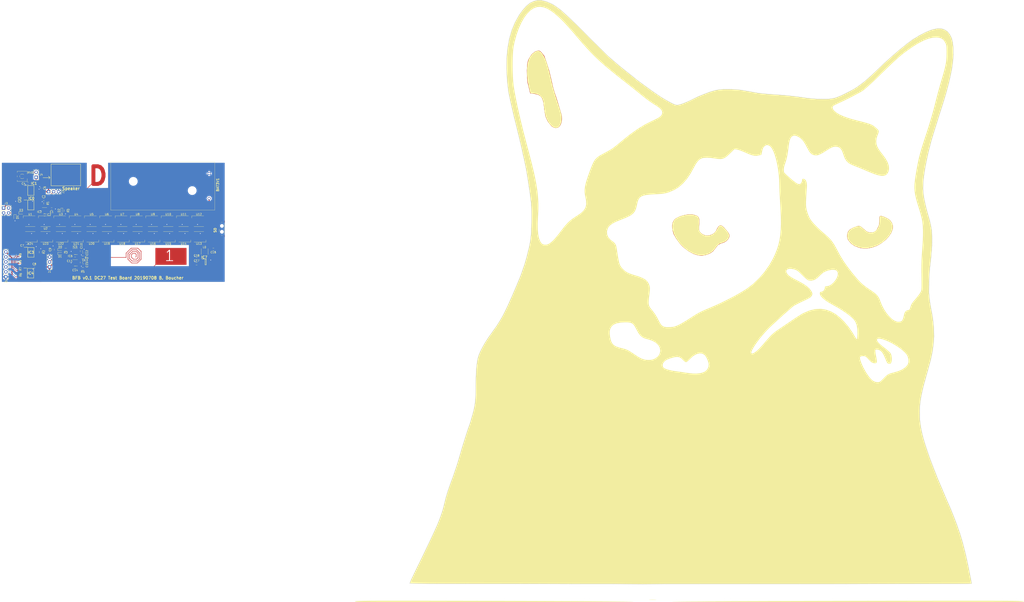
<source format=kicad_pcb>
(kicad_pcb (version 4) (host pcbnew 4.0.6)
  (layers (0 F.Cu signal) (31 B.Cu signal) (34 B.Paste user hide) (35 F.Paste user hide) (36 B.SilkS user hide) (37 F.SilkS user) (38 B.Mask user hide) (39 F.Mask user) (44 Edge.Cuts user))
  (net 0 "")
  (net 1 +3V3)
  (net 2 GND)
  (net 3 "Net-(C2-Pad2)")
  (net 4 "Net-(C2-Pad1)")
  (net 5 "Net-(C3-Pad2)")
  (net 6 "Net-(C4-Pad2)")
  (net 7 "Net-(C5-Pad2)")
  (net 8 "Net-(C5-Pad1)")
  (net 9 "Net-(C9-Pad2)")
  (net 10 "Net-(C11-Pad2)")
  (net 11 "Net-(C11-Pad1)")
  (net 12 "Net-(C12-Pad2)")
  (net 13 "Net-(C14-Pad2)")
  (net 14 "Net-(C14-Pad1)")
  (net 15 "Net-(C15-Pad2)")
  (net 16 "Net-(C16-Pad2)")
  (net 17 "Net-(D0-Pad2)")
  (net 18 "Net-(D1-Pad2)")
  (net 19 "Net-(D2-Pad1)")
  (net 20 "Net-(D3-Pad1)")
  (net 21 "Net-(D3-Pad2)")
  (net 22 "Net-(IC0-Pad5)")
  (net 23 "Net-(IC5-Pad1)")
  (net 24 "Net-(IC4-Pad6)")
  (net 25 "Net-(IC4-Pad5)")
  (net 26 "Net-(IC4-Pad2)")
  (net 27 "Net-(IC4-Pad1)")
  (net 28 "Net-(IC0-Pad6)")
  (net 29 "Net-(J3-Pad2)")
  (net 30 "Net-(IC7-Pad1)")
  (net 31 "Net-(IC3-Pad4)")
  (net 32 "Net-(IC3-Pad7)")
  (net 33 "Net-(IC3-Pad3)")
  (net 34 "Net-(IC3-Pad5)")
  (net 35 "Net-(IC1-Pad4)")
  (net 36 "Net-(IC1-Pad5)")
  (net 37 "Net-(IC0-Pad4)")
  (net 38 "Net-(IC0-Pad7)")
  (net 39 "Net-(U1-Pad4)")
  (net 40 "Net-(U1-Pad5)")
  (net 41 "Net-(U2-Pad4)")
  (net 42 "Net-(U2-Pad5)")
  (net 43 "Net-(U3-Pad4)")
  (net 44 "Net-(U3-Pad5)")
  (net 45 "Net-(U4-Pad4)")
  (net 46 "Net-(U4-Pad5)")
  (net 47 "Net-(U5-Pad4)")
  (net 48 "Net-(U5-Pad5)")
  (net 49 "Net-(U6-Pad4)")
  (net 50 "Net-(U6-Pad5)")
  (net 51 "Net-(U7-Pad4)")
  (net 52 "Net-(U7-Pad5)")
  (net 53 "Net-(U8-Pad4)")
  (net 54 "Net-(U8-Pad5)")
  (net 55 "Net-(U10-Pad1)")
  (net 56 "Net-(U10-Pad2)")
  (net 57 "Net-(U10-Pad4)")
  (net 58 "Net-(U10-Pad5)")
  (net 59 "Net-(U11-Pad4)")
  (net 60 "Net-(U11-Pad5)")
  (net 61 "Net-(U12-Pad4)")
  (net 62 "Net-(U12-Pad5)")
  (net 63 "Net-(U13-Pad4)")
  (net 64 "Net-(U13-Pad5)")
  (net 65 "Net-(U14-Pad4)")
  (net 66 "Net-(U14-Pad5)")
  (net 67 "Net-(U15-Pad4)")
  (net 68 "Net-(U15-Pad5)")
  (net 69 "Net-(U16-Pad4)")
  (net 70 "Net-(U16-Pad5)")
  (net 71 "Net-(U17-Pad4)")
  (net 72 "Net-(U17-Pad5)")
  (net 73 "Net-(U18-Pad4)")
  (net 74 "Net-(U18-Pad5)")
  (net 75 "Net-(U19-Pad4)")
  (net 76 "Net-(U19-Pad5)")
  (net 77 "Net-(U20-Pad4)")
  (net 78 "Net-(U20-Pad5)")
  (net 79 "Net-(U21-Pad4)")
  (net 80 "Net-(U21-Pad5)")
  (net 81 "Net-(U22-Pad4)")
  (net 82 "Net-(U22-Pad5)")
  (net 83 "Net-(U23-Pad4)")
  (net 84 "Net-(U23-Pad5)")
  (net 85 "Net-(U24-Pad4)")
  (net 86 "Net-(U24-Pad5)")
  (net 87 "Net-(BAT3V1-Pad1)")
  (net 88 "Net-(IC1-Pad8)")
  (net 89 "Net-(S0-PadMP1)")
  (net 90 "Net-(S0-PadMP2)")
  (net 91 "Net-(S0-PadMP3)")
  (net 92 "Net-(S0-PadMP4)")
  (net 93 "Net-(S0-PadC1)")
  (module LOGO (layer F.Cu) (at 173.1 159.1)
    (fp_text reference G*** hide)
    (fp_text value LOGO hide)
  )
  (module Capacitors_SMD:C_0603 (layer F.Cu) (at -167.6 126)
    (fp_text reference C0 (at 0 -1.5) (layer F.SilkS))
    (fp_text value 0.1uF)
    (pad 2 smd rect (at 0.75 0) (size 0.8 0.75) (layers F.Cu F.Paste F.Mask) (net 1 +3V3))
    (pad 1 smd rect (at -0.75 0) (size 0.8 0.75) (layers F.Cu F.Paste F.Mask) (net 2 GND))
  )
  (module Capacitors_SMD:C_0603 (layer F.Cu) (at -151.3 129.9 180)
    (fp_text reference C1 (at 0 -1.5 180) (layer F.SilkS))
    (fp_text value 0.1uF)
    (pad 2 smd rect (at 0.75 0 180) (size 0.8 0.75) (layers F.Cu F.Paste F.Mask) (net 1 +3V3))
    (pad 1 smd rect (at -0.75 0 180) (size 0.8 0.75) (layers F.Cu F.Paste F.Mask) (net 2 GND))
  )
  (module Capacitors_SMD:C_0603 (layer F.Cu) (at -154.9 132.9 180)
    (fp_text reference C2 (at -2.35 0.1 180) (layer F.SilkS))
    (fp_text value 10nF)
    (pad 2 smd rect (at 0.75 0 180) (size 0.8 0.75) (layers F.Cu F.Paste F.Mask) (net 3 "Net-(C2-Pad2)"))
    (pad 1 smd rect (at -0.75 0 180) (size 0.8 0.75) (layers F.Cu F.Paste F.Mask) (net 4 "Net-(C2-Pad1)"))
  )
  (module Capacitors_SMD:C_0603 (layer F.Cu) (at -155.35 125.125)
    (fp_text reference C3 (at 0 -1.5) (layer F.SilkS))
    (fp_text value 10pF)
    (pad 2 smd rect (at 0.75 0) (size 0.8 0.75) (layers F.Cu F.Paste F.Mask) (net 5 "Net-(C3-Pad2)"))
    (pad 1 smd rect (at -0.75 0) (size 0.8 0.75) (layers F.Cu F.Paste F.Mask) (net 2 GND))
  )
  (module Capacitors_SMD:C_0603 (layer F.Cu) (at -163.4 116.8)
    (fp_text reference C4 (at -2.225 0.225) (layer F.SilkS))
    (fp_text value 0.1uF)
    (pad 2 smd rect (at 0.75 0) (size 0.8 0.75) (layers F.Cu F.Paste F.Mask) (net 6 "Net-(C4-Pad2)"))
    (pad 1 smd rect (at -0.75 0) (size 0.8 0.75) (layers F.Cu F.Paste F.Mask) (net 2 GND))
  )
  (module Capacitors_SMD:C_0603 (layer F.Cu) (at -167.6 124.4 180)
    (fp_text reference C5 (at 0 -1.5 180) (layer F.SilkS))
    (fp_text value 0.1uF)
    (pad 2 smd rect (at 0.75 0 180) (size 0.8 0.75) (layers F.Cu F.Paste F.Mask) (net 7 "Net-(C5-Pad2)"))
    (pad 1 smd rect (at -0.75 0 180) (size 0.8 0.75) (layers F.Cu F.Paste F.Mask) (net 8 "Net-(C5-Pad1)"))
  )
  (module Capacitors_SMD:C_0603 (layer F.Cu) (at -156.3 119.275 270)
    (fp_text reference C6 (at 0 -1.5 270) (layer F.SilkS))
    (fp_text value 0.1uF)
    (pad 2 smd rect (at 0.75 0 270) (size 0.8 0.75) (layers F.Cu F.Paste F.Mask) (net 1 +3V3))
    (pad 1 smd rect (at -0.75 0 270) (size 0.8 0.75) (layers F.Cu F.Paste F.Mask) (net 2 GND))
  )
  (module Capacitors_SMD:C_0603 (layer F.Cu) (at -163.85 148.65 180)
    (fp_text reference C7 (at 2.475 0.15 180) (layer F.SilkS))
    (fp_text value 0.1uF)
    (pad 2 smd rect (at 0.75 0 180) (size 0.8 0.75) (layers F.Cu F.Paste F.Mask) (net 1 +3V3))
    (pad 1 smd rect (at -0.75 0 180) (size 0.8 0.75) (layers F.Cu F.Paste F.Mask) (net 2 GND))
  )
  (module Capacitors_SMD:C_0603 (layer F.Cu) (at -160.1 159.425)
    (fp_text reference C8 (at 0 -1.5) (layer F.SilkS))
    (fp_text value 0.1uF)
    (pad 2 smd rect (at 0.75 0) (size 0.8 0.75) (layers F.Cu F.Paste F.Mask) (net 1 +3V3))
    (pad 1 smd rect (at -0.75 0) (size 0.8 0.75) (layers F.Cu F.Paste F.Mask) (net 2 GND))
  )
  (module Capacitors_SMD:C_0603 (layer F.Cu) (at -150.575 150.6 270)
    (fp_text reference C9 (at 0.05 1.525 270) (layer F.SilkS))
    (fp_text value 0.1uF)
    (pad 2 smd rect (at 0.75 0 270) (size 0.8 0.75) (layers F.Cu F.Paste F.Mask) (net 9 "Net-(C9-Pad2)"))
    (pad 1 smd rect (at -0.75 0 270) (size 0.8 0.75) (layers F.Cu F.Paste F.Mask) (net 2 GND))
  )
  (module Capacitors_SMD:C_0603 (layer F.Cu) (at -136.225 151.375 90)
    (fp_text reference C10 (at 2.65 0.05 90) (layer F.SilkS))
    (fp_text value 0.1uF)
    (pad 2 smd rect (at 0.75 0 90) (size 0.8 0.75) (layers F.Cu F.Paste F.Mask) (net 1 +3V3))
    (pad 1 smd rect (at -0.75 0 90) (size 0.8 0.75) (layers F.Cu F.Paste F.Mask) (net 2 GND))
  )
  (module Capacitors_SMD:C_0603 (layer F.Cu) (at -139.375 153.775 180)
    (fp_text reference C11 (at 2.725 -2.6 180) (layer F.SilkS))
    (fp_text value 10nF)
    (pad 2 smd rect (at 0.75 0 180) (size 0.8 0.75) (layers F.Cu F.Paste F.Mask) (net 10 "Net-(C11-Pad2)"))
    (pad 1 smd rect (at -0.75 0 180) (size 0.8 0.75) (layers F.Cu F.Paste F.Mask) (net 11 "Net-(C11-Pad1)"))
  )
  (module Capacitors_SMD:C_0603 (layer F.Cu) (at -134.8 152.25 270)
    (fp_text reference C12 (at 0 -1.5 270) (layer F.SilkS))
    (fp_text value 10pF)
    (pad 2 smd rect (at 0.75 0 270) (size 0.8 0.75) (layers F.Cu F.Paste F.Mask) (net 12 "Net-(C12-Pad2)"))
    (pad 1 smd rect (at -0.75 0 270) (size 0.8 0.75) (layers F.Cu F.Paste F.Mask) (net 2 GND))
  )
  (module Capacitors_SMD:C_0603 (layer F.Cu) (at -136.2 157.15 90)
    (fp_text reference C13 (at 1.175 1.875 180) (layer F.SilkS))
    (fp_text value 0.1uF)
    (pad 2 smd rect (at 0.75 0 90) (size 0.8 0.75) (layers F.Cu F.Paste F.Mask) (net 1 +3V3))
    (pad 1 smd rect (at -0.75 0 90) (size 0.8 0.75) (layers F.Cu F.Paste F.Mask) (net 2 GND))
  )
  (module Capacitors_SMD:C_0603 (layer F.Cu) (at -139.375 159.575 180)
    (fp_text reference C14 (at 0 -1.5 180) (layer F.SilkS))
    (fp_text value 10nF)
    (pad 2 smd rect (at 0.75 0 180) (size 0.8 0.75) (layers F.Cu F.Paste F.Mask) (net 13 "Net-(C14-Pad2)"))
    (pad 1 smd rect (at -0.75 0 180) (size 0.8 0.75) (layers F.Cu F.Paste F.Mask) (net 14 "Net-(C14-Pad1)"))
  )
  (module Capacitors_SMD:C_0603 (layer F.Cu) (at -134.725 157.825 270)
    (fp_text reference C15 (at 0.425 -1.4 270) (layer F.SilkS))
    (fp_text value 10pF)
    (pad 2 smd rect (at 0.75 0 270) (size 0.8 0.75) (layers F.Cu F.Paste F.Mask) (net 15 "Net-(C15-Pad2)"))
    (pad 1 smd rect (at -0.75 0 270) (size 0.8 0.75) (layers F.Cu F.Paste F.Mask) (net 2 GND))
  )
  (module Capacitors_SMD:C_0603 (layer F.Cu) (at -69.05 150.475 180)
    (fp_text reference C16 (at 0 -1.5 180) (layer F.SilkS))
    (fp_text value 2.2uF)
    (pad 2 smd rect (at 0.75 0 180) (size 0.8 0.75) (layers F.Cu F.Paste F.Mask) (net 16 "Net-(C16-Pad2)"))
    (pad 1 smd rect (at -0.75 0 180) (size 0.8 0.75) (layers F.Cu F.Paste F.Mask) (net 2 GND))
  )
  (module Capacitors_SMD:C_0603 (layer F.Cu) (at -77.6 157.8)
    (fp_text reference C17 (at 0 -1.5) (layer F.SilkS))
    (fp_text value 22uF)
    (pad 2 smd rect (at 0.75 0) (size 0.8 0.75) (layers F.Cu F.Paste F.Mask) (net 1 +3V3))
    (pad 1 smd rect (at -0.75 0) (size 0.8 0.75) (layers F.Cu F.Paste F.Mask) (net 2 GND))
  )
  (module Capacitors_SMD:C_0603 (layer F.Cu) (at -77.6 155.15)
    (fp_text reference C18 (at 0 -1.5) (layer F.SilkS))
    (fp_text value 0.1uF)
    (pad 2 smd rect (at 0.75 0) (size 0.8 0.75) (layers F.Cu F.Paste F.Mask) (net 1 +3V3))
    (pad 1 smd rect (at -0.75 0) (size 0.8 0.75) (layers F.Cu F.Paste F.Mask) (net 2 GND))
  )
  (module Diodes_SMD:D_0603 (layer F.Cu) (at -146.975 150.6)
    (fp_text reference D0 (at 0 -1.4) (layer F.SilkS))
    (fp_text value D)
    (pad 1 smd rect (at -0.85 0) (size 0.6 0.8) (layers F.Cu F.Paste F.Mask) (net 9 "Net-(C9-Pad2)"))
    (pad 2 smd rect (at 0.85 0) (size 0.6 0.8) (layers F.Cu F.Paste F.Mask) (net 17 "Net-(D0-Pad2)"))
  )
  (module Diodes_SMD:D_0603 (layer F.Cu) (at -146.975 152.625)
    (fp_text reference D1 (at -0.075 1.45) (layer F.SilkS))
    (fp_text value D)
    (pad 1 smd rect (at -0.85 0) (size 0.6 0.8) (layers F.Cu F.Paste F.Mask) (net 9 "Net-(C9-Pad2)"))
    (pad 2 smd rect (at 0.85 0) (size 0.6 0.8) (layers F.Cu F.Paste F.Mask) (net 18 "Net-(D1-Pad2)"))
  )
  (module LEDs:LED_0603 (layer F.Cu) (at -146.075 130.775 270)
    (fp_text reference D2 (at -0.1 1.5 270) (layer F.SilkS))
    (fp_text value LED_Small)
    (pad 2 smd rect (at 0.8 0 90) (size 0.8 0.8) (layers F.Cu F.Paste F.Mask) (net 1 +3V3))
    (pad 1 smd rect (at -0.8 0 90) (size 0.8 0.8) (layers F.Cu F.Paste F.Mask) (net 19 "Net-(D2-Pad1)"))
  )
  (module Diodes_SMD:D_0603 (layer F.Cu) (at -166.8 131.925)
    (fp_text reference D3 (at 0 -1.4) (layer F.SilkS))
    (fp_text value D)
    (pad 1 smd rect (at -0.85 0) (size 0.6 0.8) (layers F.Cu F.Paste F.Mask) (net 20 "Net-(D3-Pad1)"))
    (pad 2 smd rect (at 0.85 0) (size 0.6 0.8) (layers F.Cu F.Paste F.Mask) (net 21 "Net-(D3-Pad2)"))
  )
  (module Diodes_SMD:D_0603 (layer F.Cu) (at -169.925 134.1 270)
    (fp_text reference D4 (at 0 -1.4 270) (layer F.SilkS))
    (fp_text value D6v)
    (pad 1 smd rect (at -0.85 0 270) (size 0.6 0.8) (layers F.Cu F.Paste F.Mask) (net 20 "Net-(D3-Pad1)"))
    (pad 2 smd rect (at 0.85 0 270) (size 0.6 0.8) (layers F.Cu F.Paste F.Mask) (net 2 GND))
  )
  (module TO_SOT_Packages_SMD:SOT-23-6 (layer F.Cu) (at -154.6 130.8)
    (fp_text reference IC2 (at -2.925 0.575) (layer F.SilkS))
    (fp_text value AT42QT1010-TSHR)
    (pad 1 smd rect (at -1.1 -0.95) (size 1.06 0.65) (layers F.Cu F.Paste F.Mask) (net 22 "Net-(IC0-Pad5)"))
    (pad 2 smd rect (at -1.1 0) (size 1.06 0.65) (layers F.Cu F.Paste F.Mask) (net 2 GND))
    (pad 3 smd rect (at -1.1 0.95) (size 1.06 0.65) (layers F.Cu F.Paste F.Mask) (net 3 "Net-(C2-Pad2)"))
    (pad 4 smd rect (at 1.1 0.95) (size 1.06 0.65) (layers F.Cu F.Paste F.Mask) (net 4 "Net-(C2-Pad1)"))
    (pad 6 smd rect (at 1.1 -0.95) (size 1.06 0.65) (layers F.Cu F.Paste F.Mask) (net 1 +3V3))
    (pad 5 smd rect (at 1.1 0) (size 1.06 0.65) (layers F.Cu F.Paste F.Mask) (net 1 +3V3))
  )
  (module TO_SOT_Packages_SMD:SOT-23-6 (layer F.Cu) (at -139.025 151.55)
    (fp_text reference IC5 (at -0.4 -2.425) (layer F.SilkS))
    (fp_text value AT42QT1010-TSHR hide)
    (pad 1 smd rect (at -1.1 -0.95) (size 1.06 0.65) (layers F.Cu F.Paste F.Mask) (net 23 "Net-(IC5-Pad1)"))
    (pad 2 smd rect (at -1.1 0) (size 1.06 0.65) (layers F.Cu F.Paste F.Mask) (net 2 GND))
    (pad 3 smd rect (at -1.1 0.95) (size 1.06 0.65) (layers F.Cu F.Paste F.Mask) (net 10 "Net-(C11-Pad2)"))
    (pad 4 smd rect (at 1.1 0.95) (size 1.06 0.65) (layers F.Cu F.Paste F.Mask) (net 11 "Net-(C11-Pad1)"))
    (pad 6 smd rect (at 1.1 -0.95) (size 1.06 0.65) (layers F.Cu F.Paste F.Mask) (net 1 +3V3))
    (pad 5 smd rect (at 1.1 0) (size 1.06 0.65) (layers F.Cu F.Paste F.Mask) (net 1 +3V3))
  )
  (module TO_SOT_Packages_SMD:SOT-23-6 (layer F.Cu) (at -139.025 157.35)
    (fp_text reference IC6 (at -2.85 -3.5) (layer F.SilkS))
    (fp_text value AT42QT1010-TSHR hide)
    (pad 1 smd rect (at -1.1 -0.95) (size 1.06 0.65) (layers F.Cu F.Paste F.Mask) (net 18 "Net-(D1-Pad2)"))
    (pad 2 smd rect (at -1.1 0) (size 1.06 0.65) (layers F.Cu F.Paste F.Mask) (net 2 GND))
    (pad 3 smd rect (at -1.1 0.95) (size 1.06 0.65) (layers F.Cu F.Paste F.Mask) (net 13 "Net-(C14-Pad2)"))
    (pad 4 smd rect (at 1.1 0.95) (size 1.06 0.65) (layers F.Cu F.Paste F.Mask) (net 14 "Net-(C14-Pad1)"))
    (pad 6 smd rect (at 1.1 -0.95) (size 1.06 0.65) (layers F.Cu F.Paste F.Mask) (net 1 +3V3))
    (pad 5 smd rect (at 1.1 0) (size 1.06 0.65) (layers F.Cu F.Paste F.Mask) (net 1 +3V3))
  )
  (module Pin_Headers:Pin_Header_Straight_1x06_Pitch2.54mm (layer F.Cu) (at -174.625 164.45 180)
    (fp_text reference J0 (at 0 -2.33 180) (layer F.SilkS))
    (fp_text value CONN_01X06)
    (pad 1 thru_hole rect (at 0 0 180) (size 1.7 1.7) (drill 1) (layers *.Cu *.Mask) (net 2 GND))
    (pad 2 thru_hole oval (at 0 2.54 180) (size 1.7 1.7) (drill 1) (layers *.Cu *.Mask) (net 25 "Net-(IC4-Pad5)"))
    (pad 3 thru_hole oval (at 0 5.08 180) (size 1.7 1.7) (drill 1) (layers *.Cu *.Mask) (net 24 "Net-(IC4-Pad6)"))
    (pad 4 thru_hole oval (at 0 7.62 180) (size 1.7 1.7) (drill 1) (layers *.Cu *.Mask) (net 26 "Net-(IC4-Pad2)"))
    (pad 5 thru_hole oval (at 0 10.16 180) (size 1.7 1.7) (drill 1) (layers *.Cu *.Mask) (net 27 "Net-(IC4-Pad1)"))
    (pad 6 thru_hole oval (at 0 12.7 180) (size 1.7 1.7) (drill 1) (layers *.Cu *.Mask) (net 1 +3V3))
  )
  (module Pin_Headers:Pin_Header_Straight_1x03_Pitch2.54mm (layer F.Cu) (at -152.375 159.425 180)
    (fp_text reference J1 (at 0 -2.33 180) (layer F.SilkS))
    (fp_text value CONN_01X03 hide)
    (pad 1 thru_hole rect (at 0 0 180) (size 1.7 1.7) (drill 1) (layers *.Cu *.Mask) (net 1 +3V3))
    (pad 2 thru_hole oval (at 0 2.54 180) (size 1.7 1.7) (drill 1) (layers *.Cu *.Mask) (net 9 "Net-(C9-Pad2)"))
    (pad 3 thru_hole oval (at 0 5.08 180) (size 1.7 1.7) (drill 1) (layers *.Cu *.Mask) (net 2 GND))
  )
  (module Pin_Headers:Pin_Header_Straight_1x03_Pitch2.54mm (layer F.Cu) (at -152.875 121.1 90)
    (fp_text reference J2 (at -0.075 7.425 90) (layer F.SilkS))
    (fp_text value CONN_01X03)
    (pad 1 thru_hole rect (at 0 0 90) (size 1.7 1.7) (drill 1) (layers *.Cu *.Mask) (net 1 +3V3))
    (pad 2 thru_hole oval (at 0 2.54 90) (size 1.7 1.7) (drill 1) (layers *.Cu *.Mask) (net 28 "Net-(IC0-Pad6)"))
    (pad 3 thru_hole oval (at 0 5.08 90) (size 1.7 1.7) (drill 1) (layers *.Cu *.Mask) (net 2 GND))
  )
  (module Pin_Headers:Pin_Header_Straight_2x02_Pitch2.54mm (layer F.Cu) (at -175.75 129.4)
    (fp_text reference J3 (at 1.27 -2.33) (layer F.SilkS))
    (fp_text value CONN_02X02)
    (pad 1 thru_hole rect (at 0 0) (size 1.7 1.7) (drill 1) (layers *.Cu *.Mask) (net 1 +3V3))
    (pad 2 thru_hole oval (at 2.54 0) (size 1.7 1.7) (drill 1) (layers *.Cu *.Mask) (net 29 "Net-(J3-Pad2)"))
    (pad 3 thru_hole oval (at 0 2.54) (size 1.7 1.7) (drill 1) (layers *.Cu *.Mask) (net 2 GND))
    (pad 4 thru_hole oval (at 2.54 2.54) (size 1.7 1.7) (drill 1) (layers *.Cu *.Mask) (net 20 "Net-(D3-Pad1)"))
  )
  (module Inductors_SMD:L_Neosid_SMS-ME3015 (layer F.Cu) (at -73.45 151.575 270)
    (fp_text reference L0 (at -2.2 0.125 360) (layer F.SilkS))
    (fp_text value 2.2uH)
    (pad 1 smd rect (at -1.1 0 270) (size 1 2.7) (layers F.Cu F.Paste F.Mask) (net 16 "Net-(C16-Pad2)"))
    (pad 2 smd rect (at 1.1 0 270) (size 1 2.7) (layers F.Cu F.Paste F.Mask) (net 30 "Net-(IC7-Pad1)"))
  )
  (module Resistors_SMD:R_0603 (layer F.Cu) (at -144.25 130.725 270)
    (fp_text reference R0 (at 0 -1.45 270) (layer F.SilkS))
    (fp_text value 1K)
    (pad 1 smd rect (at -0.75 0 270) (size 0.5 0.9) (layers F.Cu F.Paste F.Mask) (net 19 "Net-(D2-Pad1)"))
    (pad 2 smd rect (at 0.75 0 270) (size 0.5 0.9) (layers F.Cu F.Paste F.Mask) (net 2 GND))
  )
  (module Resistors_SMD:R_0603 (layer F.Cu) (at -154.6 127 270)
    (fp_text reference R1 (at 0 -1.45 270) (layer F.SilkS))
    (fp_text value 10K)
    (pad 1 smd rect (at -0.75 0 270) (size 0.5 0.9) (layers F.Cu F.Paste F.Mask) (net 5 "Net-(C3-Pad2)"))
    (pad 2 smd rect (at 0.75 0 270) (size 0.5 0.9) (layers F.Cu F.Paste F.Mask) (net 3 "Net-(C2-Pad2)"))
  )
  (module Resistors_SMD:R_0603 (layer F.Cu) (at -156.875 151.875 90)
    (fp_text reference R2 (at 0.075 1.65 90) (layer F.SilkS))
    (fp_text value 56K)
    (pad 1 smd rect (at -0.75 0 90) (size 0.5 0.9) (layers F.Cu F.Paste F.Mask) (net 9 "Net-(C9-Pad2)"))
    (pad 2 smd rect (at 0.75 0 90) (size 0.5 0.9) (layers F.Cu F.Paste F.Mask) (net 2 GND))
  )
  (module Resistors_SMD:R_0603 (layer F.Cu) (at -144.125 150.6 180)
    (fp_text reference R3 (at 0 -1.45 180) (layer F.SilkS))
    (fp_text value 22K)
    (pad 1 smd rect (at -0.75 0 180) (size 0.5 0.9) (layers F.Cu F.Paste F.Mask) (net 23 "Net-(IC5-Pad1)"))
    (pad 2 smd rect (at 0.75 0 180) (size 0.5 0.9) (layers F.Cu F.Paste F.Mask) (net 17 "Net-(D0-Pad2)"))
  )
  (module Resistors_SMD:R_0603 (layer F.Cu) (at -135.55 154.575 180)
    (fp_text reference R4 (at -2.05 -0.175 180) (layer F.SilkS))
    (fp_text value 10K)
    (pad 1 smd rect (at -0.75 0 180) (size 0.5 0.9) (layers F.Cu F.Paste F.Mask) (net 12 "Net-(C12-Pad2)"))
    (pad 2 smd rect (at 0.75 0 180) (size 0.5 0.9) (layers F.Cu F.Paste F.Mask) (net 10 "Net-(C11-Pad2)"))
  )
  (module Resistors_SMD:R_0603 (layer F.Cu) (at -135.475 160.425 180)
    (fp_text reference R5 (at 0 -1.45 180) (layer F.SilkS))
    (fp_text value 10K)
    (pad 1 smd rect (at -0.75 0 180) (size 0.5 0.9) (layers F.Cu F.Paste F.Mask) (net 15 "Net-(C15-Pad2)"))
    (pad 2 smd rect (at 0.75 0 180) (size 0.5 0.9) (layers F.Cu F.Paste F.Mask) (net 13 "Net-(C14-Pad2)"))
  )
  (module Resistors_SMD:R_0603 (layer F.Cu) (at -168.575 163.7 90)
    (fp_text reference R6 (at 0.25 1.55 90) (layer F.SilkS))
    (fp_text value 0)
    (pad 1 smd rect (at -0.75 0 90) (size 0.5 0.9) (layers F.Cu F.Paste F.Mask) (net 25 "Net-(IC4-Pad5)"))
    (pad 2 smd rect (at 0.75 0 90) (size 0.5 0.9) (layers F.Cu F.Paste F.Mask) (net 31 "Net-(IC3-Pad4)"))
  )
  (module Resistors_SMD:R_0603 (layer F.Cu) (at -168.575 160.4 270)
    (fp_text reference R7 (at 0 -1.45 270) (layer F.SilkS))
    (fp_text value 0)
    (pad 1 smd rect (at -0.75 0 270) (size 0.5 0.9) (layers F.Cu F.Paste F.Mask) (net 32 "Net-(IC3-Pad7)"))
    (pad 2 smd rect (at 0.75 0 270) (size 0.5 0.9) (layers F.Cu F.Paste F.Mask) (net 24 "Net-(IC4-Pad6)"))
  )
  (module Resistors_SMD:R_0603 (layer F.Cu) (at -168.575 153.375 270)
    (fp_text reference R8 (at 0 -1.45 270) (layer F.SilkS))
    (fp_text value 0)
    (pad 1 smd rect (at -0.75 0 270) (size 0.5 0.9) (layers F.Cu F.Paste F.Mask) (net 33 "Net-(IC3-Pad3)"))
    (pad 2 smd rect (at 0.75 0 270) (size 0.5 0.9) (layers F.Cu F.Paste F.Mask) (net 27 "Net-(IC4-Pad1)"))
  )
  (module Resistors_SMD:R_0603 (layer F.Cu) (at -168.575 156.825 270)
    (fp_text reference R9 (at 0 -1.45 270) (layer F.SilkS))
    (fp_text value 0)
    (pad 1 smd rect (at -0.75 0 270) (size 0.5 0.9) (layers F.Cu F.Paste F.Mask) (net 34 "Net-(IC3-Pad5)"))
    (pad 2 smd rect (at 0.75 0 270) (size 0.5 0.9) (layers F.Cu F.Paste F.Mask) (net 26 "Net-(IC4-Pad2)"))
  )
  (module Potentiometers:Potentiometer_Trimmer_Vishay_TS53YJ (layer F.Cu) (at -166.3 113.3 180)
    (fp_text reference RV0 (at -4.125 1.9 180) (layer F.SilkS))
    (fp_text value 500K)
    (pad 1 smd rect (at 2 -1.15 180) (size 2 1.3) (layers F.Cu F.Mask) (net 7 "Net-(C5-Pad2)"))
    (pad 2 smd rect (at -2 0 180) (size 2 2) (layers F.Cu F.Mask) (net 35 "Net-(IC1-Pad4)"))
    (pad 3 smd rect (at 2 1.15 180) (size 2 1.3) (layers F.Cu F.Mask) (net 36 "Net-(IC1-Pad5)"))
  )
  (module 2468 (layer F.Cu) (at -94.8 118.2)
    (fp_text reference BAT3V1 (at 27.975 -0.6 90) (layer F.SilkS) (effects (font (size 1.27 1.27) (thickness 0.254))))
    (fp_text value 2468 hide)
    (pad 2 thru_hole circle (at 23.625 -6.35) (size 1.53 1.53) (drill 1.02) (layers *.Cu *.Mask) (net 2 GND))
    (pad 1 thru_hole circle (at 23.625 6.35) (size 1.53 1.53) (drill 1.02) (layers *.Cu *.Mask) (net 87 "Net-(BAT3V1-Pad1)"))
    (pad 3 np_thru_hole circle (at -14.985 -2.35) (size 3.45 0) (drill 3.45) (layers *.Cu *.Mask))
    (pad 4 np_thru_hole circle (at 14.985 2.35) (size 3.45 0) (drill 3.45) (layers *.Cu *.Mask))
  )
  (module SOIC127P600X175-8N (layer F.Cu) (at -161.9 127.9)
    (fp_text reference IC0 (at 0.275 -3.425) (layer F.SilkS) (effects (font (size 1.27 1.27) (thickness 0.254))))
    (fp_text value ATTINY412-SSNR hide)
    (pad 1 smd rect (at -2.712 -1.905 90) (size 0.65 1.525) (layers F.Cu F.Paste F.Mask) (net 1 +3V3))
    (pad 2 smd rect (at -2.712 -0.635 90) (size 0.65 1.525) (layers F.Cu F.Paste F.Mask) (net 8 "Net-(C5-Pad1)"))
    (pad 3 smd rect (at -2.712 0.635 90) (size 0.65 1.525) (layers F.Cu F.Paste F.Mask) (net 21 "Net-(D3-Pad2)"))
    (pad 4 smd rect (at -2.712 1.905 90) (size 0.65 1.525) (layers F.Cu F.Paste F.Mask) (net 37 "Net-(IC0-Pad4)"))
    (pad 5 smd rect (at 2.712 1.905 90) (size 0.65 1.525) (layers F.Cu F.Paste F.Mask) (net 22 "Net-(IC0-Pad5)"))
    (pad 6 smd rect (at 2.712 0.635 90) (size 0.65 1.525) (layers F.Cu F.Paste F.Mask) (net 28 "Net-(IC0-Pad6)"))
    (pad 7 smd rect (at 2.712 -0.635 90) (size 0.65 1.525) (layers F.Cu F.Paste F.Mask) (net 38 "Net-(IC0-Pad7)"))
    (pad 8 smd rect (at 2.712 -1.905 90) (size 0.65 1.525) (layers F.Cu F.Paste F.Mask) (net 2 GND))
  )
  (module SOIC127P600X175-8N (layer F.Cu) (at -161.9 120.5)
    (fp_text reference IC1 (at 1.6 -3.6) (layer F.SilkS) (effects (font (size 1.27 1.27) (thickness 0.254))))
    (fp_text value NCS2211DR2G hide)
    (pad 1 smd rect (at -2.712 -1.905 90) (size 0.65 1.525) (layers F.Cu F.Paste F.Mask) (net 2 GND))
    (pad 2 smd rect (at -2.712 -0.635 90) (size 0.65 1.525) (layers F.Cu F.Paste F.Mask) (net 6 "Net-(C4-Pad2)"))
    (pad 3 smd rect (at -2.712 0.635 90) (size 0.65 1.525) (layers F.Cu F.Paste F.Mask) (net 6 "Net-(C4-Pad2)"))
    (pad 4 smd rect (at -2.712 1.905 90) (size 0.65 1.525) (layers F.Cu F.Paste F.Mask) (net 35 "Net-(IC1-Pad4)"))
    (pad 5 smd rect (at 2.712 1.905 90) (size 0.65 1.525) (layers F.Cu F.Paste F.Mask) (net 36 "Net-(IC1-Pad5)"))
    (pad 6 smd rect (at 2.712 0.635 90) (size 0.65 1.525) (layers F.Cu F.Paste F.Mask) (net 1 +3V3))
    (pad 7 smd rect (at 2.712 -0.635 90) (size 0.65 1.525) (layers F.Cu F.Paste F.Mask) (net 2 GND))
    (pad 8 smd rect (at 2.712 -1.905 90) (size 0.65 1.525) (layers F.Cu F.Paste F.Mask) (net 88 "Net-(IC1-Pad8)"))
  )
  (module SOIC127P600X175-8N (layer F.Cu) (at -161.875 152)
    (fp_text reference IC3 (at 0 0) (layer F.SilkS) (effects (font (size 1.27 1.27) (thickness 0.254))))
    (fp_text value ATTINY412-SSNR hide)
    (pad 1 smd rect (at -2.712 -1.905 90) (size 0.65 1.525) (layers F.Cu F.Paste F.Mask) (net 1 +3V3))
    (pad 2 smd rect (at -2.712 -0.635 90) (size 0.65 1.525) (layers F.Cu F.Paste F.Mask) (net 20 "Net-(D3-Pad1)"))
    (pad 3 smd rect (at -2.712 0.635 90) (size 0.65 1.525) (layers F.Cu F.Paste F.Mask) (net 33 "Net-(IC3-Pad3)"))
    (pad 4 smd rect (at -2.712 1.905 90) (size 0.65 1.525) (layers F.Cu F.Paste F.Mask) (net 31 "Net-(IC3-Pad4)"))
    (pad 5 smd rect (at 2.712 1.905 90) (size 0.65 1.525) (layers F.Cu F.Paste F.Mask) (net 34 "Net-(IC3-Pad5)"))
    (pad 6 smd rect (at 2.712 0.635 90) (size 0.65 1.525) (layers F.Cu F.Paste F.Mask) (net 9 "Net-(C9-Pad2)"))
    (pad 7 smd rect (at 2.712 -0.635 90) (size 0.65 1.525) (layers F.Cu F.Paste F.Mask) (net 32 "Net-(IC3-Pad7)"))
    (pad 8 smd rect (at 2.712 -1.905 90) (size 0.65 1.525) (layers F.Cu F.Paste F.Mask) (net 2 GND))
  )
  (module SOIC127P600X175-8N (layer F.Cu) (at -162.05 162.6)
    (fp_text reference IC4 (at 0 0) (layer F.SilkS) (effects (font (size 1.27 1.27) (thickness 0.254))))
    (fp_text value AT25DF041A-SSH-B hide)
    (pad 1 smd rect (at -2.712 -1.905 90) (size 0.65 1.525) (layers F.Cu F.Paste F.Mask) (net 27 "Net-(IC4-Pad1)"))
    (pad 2 smd rect (at -2.712 -0.635 90) (size 0.65 1.525) (layers F.Cu F.Paste F.Mask) (net 26 "Net-(IC4-Pad2)"))
    (pad 3 smd rect (at -2.712 0.635 90) (size 0.65 1.525) (layers F.Cu F.Paste F.Mask) (net 1 +3V3))
    (pad 4 smd rect (at -2.712 1.905 90) (size 0.65 1.525) (layers F.Cu F.Paste F.Mask) (net 2 GND))
    (pad 5 smd rect (at 2.712 1.905 90) (size 0.65 1.525) (layers F.Cu F.Paste F.Mask) (net 25 "Net-(IC4-Pad5)"))
    (pad 6 smd rect (at 2.712 0.635 90) (size 0.65 1.525) (layers F.Cu F.Paste F.Mask) (net 24 "Net-(IC4-Pad6)"))
    (pad 7 smd rect (at 2.712 -0.635 90) (size 0.65 1.525) (layers F.Cu F.Paste F.Mask) (net 1 +3V3))
    (pad 8 smd rect (at 2.712 -1.905 90) (size 0.65 1.525) (layers F.Cu F.Paste F.Mask) (net 1 +3V3))
  )
  (module SOT95P280X145-5N (layer F.Cu) (at -72.975 156.85)
    (fp_text reference IC7 (at -0.725 -2.375) (layer F.SilkS) (effects (font (size 1.27 1.27) (thickness 0.254))))
    (fp_text value TPS613221ADBVT hide)
    (pad 1 smd rect (at -1.25 -0.95 90) (size 0.6 1.2) (layers F.Cu F.Paste F.Mask) (net 30 "Net-(IC7-Pad1)"))
    (pad 2 smd rect (at -1.25 0 90) (size 0.6 1.2) (layers F.Cu F.Paste F.Mask) (net 2 GND))
    (pad 3 smd rect (at -1.25 0.95 90) (size 0.6 1.2) (layers F.Cu F.Paste F.Mask) (net 1 +3V3))
    (pad 4 smd rect (at 1.25 0.95 90) (size 0.6 1.2) (layers F.Cu F.Paste F.Mask) (net 1 +3V3))
    (pad 5 smd rect (at 1.25 -0.95 90) (size 0.6 1.2) (layers F.Cu F.Paste F.Mask) (net 2 GND))
  )
  (module MSS3VTR (layer F.Cu) (at -63.4 140.025 90)
    (fp_text reference S0 (at -0.7 -4.7 90) (layer F.SilkS) (effects (font (size 1.27 1.27) (thickness 0.254))))
    (fp_text value MSS3-V-T_R hide)
    (pad A1 smd rect (at -2.25 -3.05 90) (size 0.7 1.5) (layers F.Cu F.Paste F.Mask) (net 16 "Net-(C16-Pad2)"))
    (pad B1 smd rect (at 0.75 -3.05 90) (size 0.7 1.5) (layers F.Cu F.Paste F.Mask) (net 87 "Net-(BAT3V1-Pad1)"))
    (pad C1 smd rect (at 2.25 -3.05 90) (size 0.7 1.5) (layers F.Cu F.Paste F.Mask) (net 93 "Net-(S0-PadC1)"))
    (pad MH1 np_thru_hole circle (at -1.5 -1.3 90) (size 0.9 0) (drill 0.9) (layers *.Cu *.Mask))
    (pad MH2 np_thru_hole circle (at 1.5 -1.3 90) (size 0.9 0) (drill 0.9) (layers *.Cu *.Mask))
    (pad MP1 smd rect (at -3.65 -2.35 180) (size 0.8 1) (layers F.Cu F.Paste F.Mask) (net 89 "Net-(S0-PadMP1)"))
    (pad MP2 smd rect (at -3.65 -0.25 180) (size 0.8 1) (layers F.Cu F.Paste F.Mask) (net 90 "Net-(S0-PadMP2)"))
    (pad MP3 smd rect (at 3.65 -0.25 180) (size 0.8 1) (layers F.Cu F.Paste F.Mask) (net 91 "Net-(S0-PadMP3)"))
    (pad MP4 smd rect (at 3.65 -2.35 180) (size 0.8 1) (layers F.Cu F.Paste F.Mask) (net 92 "Net-(S0-PadMP4)"))
  )
  (module ApA201c:APA102C (layer F.Cu) (at -162.2 136.1)
    (fp_text reference U1 (at 0 -3.5 180) (layer F.SilkS))
    (fp_text value APA102C hide)
    (pad 1 smd rect (at -2.4 -1.7 90) (size 1.1 2) (layers F.Cu F.Paste F.Mask) (net 37 "Net-(IC0-Pad4)"))
    (pad 2 smd rect (at -2.4 0 90) (size 1.1 2) (layers F.Cu F.Paste F.Mask) (net 38 "Net-(IC0-Pad7)"))
    (pad 3 smd rect (at -2.4 1.7 90) (size 1.1 2) (layers F.Cu F.Paste F.Mask) (net 2 GND))
    (pad 4 smd rect (at 2.4 -1.7 90) (size 1.1 2) (layers F.Cu F.Paste F.Mask) (net 39 "Net-(U1-Pad4)"))
    (pad 5 smd rect (at 2.4 0 90) (size 1.1 2) (layers F.Cu F.Paste F.Mask) (net 40 "Net-(U1-Pad5)"))
    (pad 6 smd rect (at 2.4 1.7 90) (size 1.1 2) (layers F.Cu F.Paste F.Mask) (net 1 +3V3))
  )
  (module ApA201c:APA102C (layer F.Cu) (at -154.4 136.1)
    (fp_text reference U2 (at -0.025 3.725 180) (layer F.SilkS))
    (fp_text value APA102C hide)
    (pad 1 smd rect (at -2.4 -1.7 90) (size 1.1 2) (layers F.Cu F.Paste F.Mask) (net 39 "Net-(U1-Pad4)"))
    (pad 2 smd rect (at -2.4 0 90) (size 1.1 2) (layers F.Cu F.Paste F.Mask) (net 40 "Net-(U1-Pad5)"))
    (pad 3 smd rect (at -2.4 1.7 90) (size 1.1 2) (layers F.Cu F.Paste F.Mask) (net 2 GND))
    (pad 4 smd rect (at 2.4 -1.7 90) (size 1.1 2) (layers F.Cu F.Paste F.Mask) (net 41 "Net-(U2-Pad4)"))
    (pad 5 smd rect (at 2.4 0 90) (size 1.1 2) (layers F.Cu F.Paste F.Mask) (net 42 "Net-(U2-Pad5)"))
    (pad 6 smd rect (at 2.4 1.7 90) (size 1.1 2) (layers F.Cu F.Paste F.Mask) (net 1 +3V3))
  )
  (module ApA201c:APA102C (layer F.Cu) (at -146.6 136.1)
    (fp_text reference U3 (at 0 -3.5 180) (layer F.SilkS))
    (fp_text value APA102C hide)
    (pad 1 smd rect (at -2.4 -1.7 90) (size 1.1 2) (layers F.Cu F.Paste F.Mask) (net 41 "Net-(U2-Pad4)"))
    (pad 2 smd rect (at -2.4 0 90) (size 1.1 2) (layers F.Cu F.Paste F.Mask) (net 42 "Net-(U2-Pad5)"))
    (pad 3 smd rect (at -2.4 1.7 90) (size 1.1 2) (layers F.Cu F.Paste F.Mask) (net 2 GND))
    (pad 4 smd rect (at 2.4 -1.7 90) (size 1.1 2) (layers F.Cu F.Paste F.Mask) (net 43 "Net-(U3-Pad4)"))
    (pad 5 smd rect (at 2.4 0 90) (size 1.1 2) (layers F.Cu F.Paste F.Mask) (net 44 "Net-(U3-Pad5)"))
    (pad 6 smd rect (at 2.4 1.7 90) (size 1.1 2) (layers F.Cu F.Paste F.Mask) (net 1 +3V3))
  )
  (module ApA201c:APA102C (layer F.Cu) (at -138.8 136.1)
    (fp_text reference U4 (at 0 -3.5 180) (layer F.SilkS))
    (fp_text value APA102C hide)
    (pad 1 smd rect (at -2.4 -1.7 90) (size 1.1 2) (layers F.Cu F.Paste F.Mask) (net 43 "Net-(U3-Pad4)"))
    (pad 2 smd rect (at -2.4 0 90) (size 1.1 2) (layers F.Cu F.Paste F.Mask) (net 44 "Net-(U3-Pad5)"))
    (pad 3 smd rect (at -2.4 1.7 90) (size 1.1 2) (layers F.Cu F.Paste F.Mask) (net 2 GND))
    (pad 4 smd rect (at 2.4 -1.7 90) (size 1.1 2) (layers F.Cu F.Paste F.Mask) (net 45 "Net-(U4-Pad4)"))
    (pad 5 smd rect (at 2.4 0 90) (size 1.1 2) (layers F.Cu F.Paste F.Mask) (net 46 "Net-(U4-Pad5)"))
    (pad 6 smd rect (at 2.4 1.7 90) (size 1.1 2) (layers F.Cu F.Paste F.Mask) (net 1 +3V3))
  )
  (module ApA201c:APA102C (layer F.Cu) (at -131 136.1)
    (fp_text reference U5 (at 0 -3.5 180) (layer F.SilkS))
    (fp_text value APA102C hide)
    (pad 1 smd rect (at -2.4 -1.7 90) (size 1.1 2) (layers F.Cu F.Paste F.Mask) (net 45 "Net-(U4-Pad4)"))
    (pad 2 smd rect (at -2.4 0 90) (size 1.1 2) (layers F.Cu F.Paste F.Mask) (net 46 "Net-(U4-Pad5)"))
    (pad 3 smd rect (at -2.4 1.7 90) (size 1.1 2) (layers F.Cu F.Paste F.Mask) (net 2 GND))
    (pad 4 smd rect (at 2.4 -1.7 90) (size 1.1 2) (layers F.Cu F.Paste F.Mask) (net 47 "Net-(U5-Pad4)"))
    (pad 5 smd rect (at 2.4 0 90) (size 1.1 2) (layers F.Cu F.Paste F.Mask) (net 48 "Net-(U5-Pad5)"))
    (pad 6 smd rect (at 2.4 1.7 90) (size 1.1 2) (layers F.Cu F.Paste F.Mask) (net 1 +3V3))
  )
  (module ApA201c:APA102C (layer F.Cu) (at -123.2 136.1)
    (fp_text reference U6 (at 0 -3.5 180) (layer F.SilkS))
    (fp_text value APA102C hide)
    (pad 1 smd rect (at -2.4 -1.7 90) (size 1.1 2) (layers F.Cu F.Paste F.Mask) (net 47 "Net-(U5-Pad4)"))
    (pad 2 smd rect (at -2.4 0 90) (size 1.1 2) (layers F.Cu F.Paste F.Mask) (net 48 "Net-(U5-Pad5)"))
    (pad 3 smd rect (at -2.4 1.7 90) (size 1.1 2) (layers F.Cu F.Paste F.Mask) (net 2 GND))
    (pad 4 smd rect (at 2.4 -1.7 90) (size 1.1 2) (layers F.Cu F.Paste F.Mask) (net 49 "Net-(U6-Pad4)"))
    (pad 5 smd rect (at 2.4 0 90) (size 1.1 2) (layers F.Cu F.Paste F.Mask) (net 50 "Net-(U6-Pad5)"))
    (pad 6 smd rect (at 2.4 1.7 90) (size 1.1 2) (layers F.Cu F.Paste F.Mask) (net 1 +3V3))
  )
  (module ApA201c:APA102C (layer F.Cu) (at -115.4 136.1)
    (fp_text reference U7 (at 0 -3.5 180) (layer F.SilkS))
    (fp_text value APA102C hide)
    (pad 1 smd rect (at -2.4 -1.7 90) (size 1.1 2) (layers F.Cu F.Paste F.Mask) (net 49 "Net-(U6-Pad4)"))
    (pad 2 smd rect (at -2.4 0 90) (size 1.1 2) (layers F.Cu F.Paste F.Mask) (net 50 "Net-(U6-Pad5)"))
    (pad 3 smd rect (at -2.4 1.7 90) (size 1.1 2) (layers F.Cu F.Paste F.Mask) (net 2 GND))
    (pad 4 smd rect (at 2.4 -1.7 90) (size 1.1 2) (layers F.Cu F.Paste F.Mask) (net 51 "Net-(U7-Pad4)"))
    (pad 5 smd rect (at 2.4 0 90) (size 1.1 2) (layers F.Cu F.Paste F.Mask) (net 52 "Net-(U7-Pad5)"))
    (pad 6 smd rect (at 2.4 1.7 90) (size 1.1 2) (layers F.Cu F.Paste F.Mask) (net 1 +3V3))
  )
  (module ApA201c:APA102C (layer F.Cu) (at -107.6 136.1)
    (fp_text reference U8 (at 0 -3.5 180) (layer F.SilkS))
    (fp_text value APA102C hide)
    (pad 1 smd rect (at -2.4 -1.7 90) (size 1.1 2) (layers F.Cu F.Paste F.Mask) (net 51 "Net-(U7-Pad4)"))
    (pad 2 smd rect (at -2.4 0 90) (size 1.1 2) (layers F.Cu F.Paste F.Mask) (net 52 "Net-(U7-Pad5)"))
    (pad 3 smd rect (at -2.4 1.7 90) (size 1.1 2) (layers F.Cu F.Paste F.Mask) (net 2 GND))
    (pad 4 smd rect (at 2.4 -1.7 90) (size 1.1 2) (layers F.Cu F.Paste F.Mask) (net 53 "Net-(U8-Pad4)"))
    (pad 5 smd rect (at 2.4 0 90) (size 1.1 2) (layers F.Cu F.Paste F.Mask) (net 54 "Net-(U8-Pad5)"))
    (pad 6 smd rect (at 2.4 1.7 90) (size 1.1 2) (layers F.Cu F.Paste F.Mask) (net 1 +3V3))
  )
  (module ApA201c:APA102C (layer F.Cu) (at -99.8 136.1)
    (fp_text reference U9 (at 0 -3.5 180) (layer F.SilkS))
    (fp_text value APA102C hide)
    (pad 1 smd rect (at -2.4 -1.7 90) (size 1.1 2) (layers F.Cu F.Paste F.Mask) (net 53 "Net-(U8-Pad4)"))
    (pad 2 smd rect (at -2.4 0 90) (size 1.1 2) (layers F.Cu F.Paste F.Mask) (net 54 "Net-(U8-Pad5)"))
    (pad 3 smd rect (at -2.4 1.7 90) (size 1.1 2) (layers F.Cu F.Paste F.Mask) (net 2 GND))
    (pad 4 smd rect (at 2.4 -1.7 90) (size 1.1 2) (layers F.Cu F.Paste F.Mask) (net 55 "Net-(U10-Pad1)"))
    (pad 5 smd rect (at 2.4 0 90) (size 1.1 2) (layers F.Cu F.Paste F.Mask) (net 56 "Net-(U10-Pad2)"))
    (pad 6 smd rect (at 2.4 1.7 90) (size 1.1 2) (layers F.Cu F.Paste F.Mask) (net 1 +3V3))
  )
  (module ApA201c:APA102C (layer F.Cu) (at -92 136.1)
    (fp_text reference U10 (at 0 -3.5 180) (layer F.SilkS))
    (fp_text value APA102C hide)
    (pad 1 smd rect (at -2.4 -1.7 90) (size 1.1 2) (layers F.Cu F.Paste F.Mask) (net 55 "Net-(U10-Pad1)"))
    (pad 2 smd rect (at -2.4 0 90) (size 1.1 2) (layers F.Cu F.Paste F.Mask) (net 56 "Net-(U10-Pad2)"))
    (pad 3 smd rect (at -2.4 1.7 90) (size 1.1 2) (layers F.Cu F.Paste F.Mask) (net 2 GND))
    (pad 4 smd rect (at 2.4 -1.7 90) (size 1.1 2) (layers F.Cu F.Paste F.Mask) (net 57 "Net-(U10-Pad4)"))
    (pad 5 smd rect (at 2.4 0 90) (size 1.1 2) (layers F.Cu F.Paste F.Mask) (net 58 "Net-(U10-Pad5)"))
    (pad 6 smd rect (at 2.4 1.7 90) (size 1.1 2) (layers F.Cu F.Paste F.Mask) (net 1 +3V3))
  )
  (module ApA201c:APA102C (layer F.Cu) (at -84.2 136.1)
    (fp_text reference U11 (at 0 -3.5 180) (layer F.SilkS))
    (fp_text value APA102C hide)
    (pad 1 smd rect (at -2.4 -1.7 90) (size 1.1 2) (layers F.Cu F.Paste F.Mask) (net 57 "Net-(U10-Pad4)"))
    (pad 2 smd rect (at -2.4 0 90) (size 1.1 2) (layers F.Cu F.Paste F.Mask) (net 58 "Net-(U10-Pad5)"))
    (pad 3 smd rect (at -2.4 1.7 90) (size 1.1 2) (layers F.Cu F.Paste F.Mask) (net 2 GND))
    (pad 4 smd rect (at 2.4 -1.7 90) (size 1.1 2) (layers F.Cu F.Paste F.Mask) (net 59 "Net-(U11-Pad4)"))
    (pad 5 smd rect (at 2.4 0 90) (size 1.1 2) (layers F.Cu F.Paste F.Mask) (net 60 "Net-(U11-Pad5)"))
    (pad 6 smd rect (at 2.4 1.7 90) (size 1.1 2) (layers F.Cu F.Paste F.Mask) (net 1 +3V3))
  )
  (module ApA201c:APA102C (layer F.Cu) (at -76.4 136.1)
    (fp_text reference U12 (at 0 -3.5 180) (layer F.SilkS))
    (fp_text value APA102C hide)
    (pad 1 smd rect (at -2.4 -1.7 90) (size 1.1 2) (layers F.Cu F.Paste F.Mask) (net 59 "Net-(U11-Pad4)"))
    (pad 2 smd rect (at -2.4 0 90) (size 1.1 2) (layers F.Cu F.Paste F.Mask) (net 60 "Net-(U11-Pad5)"))
    (pad 3 smd rect (at -2.4 1.7 90) (size 1.1 2) (layers F.Cu F.Paste F.Mask) (net 2 GND))
    (pad 4 smd rect (at 2.4 -1.7 90) (size 1.1 2) (layers F.Cu F.Paste F.Mask) (net 61 "Net-(U12-Pad4)"))
    (pad 5 smd rect (at 2.4 0 90) (size 1.1 2) (layers F.Cu F.Paste F.Mask) (net 62 "Net-(U12-Pad5)"))
    (pad 6 smd rect (at 2.4 1.7 90) (size 1.1 2) (layers F.Cu F.Paste F.Mask) (net 1 +3V3))
  )
  (module ApA201c:APA102C (layer F.Cu) (at -76.4 144.1 180)
    (fp_text reference U13 (at 0 -3.5 360) (layer F.SilkS))
    (fp_text value APA102C hide)
    (pad 1 smd rect (at -2.4 -1.7 270) (size 1.1 2) (layers F.Cu F.Paste F.Mask) (net 61 "Net-(U12-Pad4)"))
    (pad 2 smd rect (at -2.4 0 270) (size 1.1 2) (layers F.Cu F.Paste F.Mask) (net 62 "Net-(U12-Pad5)"))
    (pad 3 smd rect (at -2.4 1.7 270) (size 1.1 2) (layers F.Cu F.Paste F.Mask) (net 2 GND))
    (pad 4 smd rect (at 2.4 -1.7 270) (size 1.1 2) (layers F.Cu F.Paste F.Mask) (net 63 "Net-(U13-Pad4)"))
    (pad 5 smd rect (at 2.4 0 270) (size 1.1 2) (layers F.Cu F.Paste F.Mask) (net 64 "Net-(U13-Pad5)"))
    (pad 6 smd rect (at 2.4 1.7 270) (size 1.1 2) (layers F.Cu F.Paste F.Mask) (net 1 +3V3))
  )
  (module ApA201c:APA102C (layer F.Cu) (at -84.2 144.1 180)
    (fp_text reference U14 (at 0 -3.5 360) (layer F.SilkS))
    (fp_text value APA102C hide)
    (pad 1 smd rect (at -2.4 -1.7 270) (size 1.1 2) (layers F.Cu F.Paste F.Mask) (net 63 "Net-(U13-Pad4)"))
    (pad 2 smd rect (at -2.4 0 270) (size 1.1 2) (layers F.Cu F.Paste F.Mask) (net 64 "Net-(U13-Pad5)"))
    (pad 3 smd rect (at -2.4 1.7 270) (size 1.1 2) (layers F.Cu F.Paste F.Mask) (net 2 GND))
    (pad 4 smd rect (at 2.4 -1.7 270) (size 1.1 2) (layers F.Cu F.Paste F.Mask) (net 65 "Net-(U14-Pad4)"))
    (pad 5 smd rect (at 2.4 0 270) (size 1.1 2) (layers F.Cu F.Paste F.Mask) (net 66 "Net-(U14-Pad5)"))
    (pad 6 smd rect (at 2.4 1.7 270) (size 1.1 2) (layers F.Cu F.Paste F.Mask) (net 1 +3V3))
  )
  (module ApA201c:APA102C (layer F.Cu) (at -92 144.1 180)
    (fp_text reference U15 (at 0 -3.5 360) (layer F.SilkS))
    (fp_text value APA102C hide)
    (pad 1 smd rect (at -2.4 -1.7 270) (size 1.1 2) (layers F.Cu F.Paste F.Mask) (net 65 "Net-(U14-Pad4)"))
    (pad 2 smd rect (at -2.4 0 270) (size 1.1 2) (layers F.Cu F.Paste F.Mask) (net 66 "Net-(U14-Pad5)"))
    (pad 3 smd rect (at -2.4 1.7 270) (size 1.1 2) (layers F.Cu F.Paste F.Mask) (net 2 GND))
    (pad 4 smd rect (at 2.4 -1.7 270) (size 1.1 2) (layers F.Cu F.Paste F.Mask) (net 67 "Net-(U15-Pad4)"))
    (pad 5 smd rect (at 2.4 0 270) (size 1.1 2) (layers F.Cu F.Paste F.Mask) (net 68 "Net-(U15-Pad5)"))
    (pad 6 smd rect (at 2.4 1.7 270) (size 1.1 2) (layers F.Cu F.Paste F.Mask) (net 1 +3V3))
  )
  (module ApA201c:APA102C (layer F.Cu) (at -99.8 144.1 180)
    (fp_text reference U16 (at 0 -3.5 360) (layer F.SilkS))
    (fp_text value APA102C hide)
    (pad 1 smd rect (at -2.4 -1.7 270) (size 1.1 2) (layers F.Cu F.Paste F.Mask) (net 67 "Net-(U15-Pad4)"))
    (pad 2 smd rect (at -2.4 0 270) (size 1.1 2) (layers F.Cu F.Paste F.Mask) (net 68 "Net-(U15-Pad5)"))
    (pad 3 smd rect (at -2.4 1.7 270) (size 1.1 2) (layers F.Cu F.Paste F.Mask) (net 2 GND))
    (pad 4 smd rect (at 2.4 -1.7 270) (size 1.1 2) (layers F.Cu F.Paste F.Mask) (net 69 "Net-(U16-Pad4)"))
    (pad 5 smd rect (at 2.4 0 270) (size 1.1 2) (layers F.Cu F.Paste F.Mask) (net 70 "Net-(U16-Pad5)"))
    (pad 6 smd rect (at 2.4 1.7 270) (size 1.1 2) (layers F.Cu F.Paste F.Mask) (net 1 +3V3))
  )
  (module ApA201c:APA102C (layer F.Cu) (at -107.6 144.1 180)
    (fp_text reference U17 (at 0 -3.5 360) (layer F.SilkS))
    (fp_text value APA102C hide)
    (pad 1 smd rect (at -2.4 -1.7 270) (size 1.1 2) (layers F.Cu F.Paste F.Mask) (net 69 "Net-(U16-Pad4)"))
    (pad 2 smd rect (at -2.4 0 270) (size 1.1 2) (layers F.Cu F.Paste F.Mask) (net 70 "Net-(U16-Pad5)"))
    (pad 3 smd rect (at -2.4 1.7 270) (size 1.1 2) (layers F.Cu F.Paste F.Mask) (net 2 GND))
    (pad 4 smd rect (at 2.4 -1.7 270) (size 1.1 2) (layers F.Cu F.Paste F.Mask) (net 71 "Net-(U17-Pad4)"))
    (pad 5 smd rect (at 2.4 0 270) (size 1.1 2) (layers F.Cu F.Paste F.Mask) (net 72 "Net-(U17-Pad5)"))
    (pad 6 smd rect (at 2.4 1.7 270) (size 1.1 2) (layers F.Cu F.Paste F.Mask) (net 1 +3V3))
  )
  (module ApA201c:APA102C (layer F.Cu) (at -115.4 144.1 180)
    (fp_text reference U18 (at 0 -3.5 360) (layer F.SilkS))
    (fp_text value APA102C hide)
    (pad 1 smd rect (at -2.4 -1.7 270) (size 1.1 2) (layers F.Cu F.Paste F.Mask) (net 71 "Net-(U17-Pad4)"))
    (pad 2 smd rect (at -2.4 0 270) (size 1.1 2) (layers F.Cu F.Paste F.Mask) (net 72 "Net-(U17-Pad5)"))
    (pad 3 smd rect (at -2.4 1.7 270) (size 1.1 2) (layers F.Cu F.Paste F.Mask) (net 2 GND))
    (pad 4 smd rect (at 2.4 -1.7 270) (size 1.1 2) (layers F.Cu F.Paste F.Mask) (net 73 "Net-(U18-Pad4)"))
    (pad 5 smd rect (at 2.4 0 270) (size 1.1 2) (layers F.Cu F.Paste F.Mask) (net 74 "Net-(U18-Pad5)"))
    (pad 6 smd rect (at 2.4 1.7 270) (size 1.1 2) (layers F.Cu F.Paste F.Mask) (net 1 +3V3))
  )
  (module ApA201c:APA102C (layer F.Cu) (at -123.2 144.1 180)
    (fp_text reference U19 (at 0 -3.5 360) (layer F.SilkS))
    (fp_text value APA102C hide)
    (pad 1 smd rect (at -2.4 -1.7 270) (size 1.1 2) (layers F.Cu F.Paste F.Mask) (net 73 "Net-(U18-Pad4)"))
    (pad 2 smd rect (at -2.4 0 270) (size 1.1 2) (layers F.Cu F.Paste F.Mask) (net 74 "Net-(U18-Pad5)"))
    (pad 3 smd rect (at -2.4 1.7 270) (size 1.1 2) (layers F.Cu F.Paste F.Mask) (net 2 GND))
    (pad 4 smd rect (at 2.4 -1.7 270) (size 1.1 2) (layers F.Cu F.Paste F.Mask) (net 75 "Net-(U19-Pad4)"))
    (pad 5 smd rect (at 2.4 0 270) (size 1.1 2) (layers F.Cu F.Paste F.Mask) (net 76 "Net-(U19-Pad5)"))
    (pad 6 smd rect (at 2.4 1.7 270) (size 1.1 2) (layers F.Cu F.Paste F.Mask) (net 1 +3V3))
  )
  (module ApA201c:APA102C (layer F.Cu) (at -131 144.1 180)
    (fp_text reference U20 (at 0 -3.5 360) (layer F.SilkS))
    (fp_text value APA102C hide)
    (pad 1 smd rect (at -2.4 -1.7 270) (size 1.1 2) (layers F.Cu F.Paste F.Mask) (net 75 "Net-(U19-Pad4)"))
    (pad 2 smd rect (at -2.4 0 270) (size 1.1 2) (layers F.Cu F.Paste F.Mask) (net 76 "Net-(U19-Pad5)"))
    (pad 3 smd rect (at -2.4 1.7 270) (size 1.1 2) (layers F.Cu F.Paste F.Mask) (net 2 GND))
    (pad 4 smd rect (at 2.4 -1.7 270) (size 1.1 2) (layers F.Cu F.Paste F.Mask) (net 77 "Net-(U20-Pad4)"))
    (pad 5 smd rect (at 2.4 0 270) (size 1.1 2) (layers F.Cu F.Paste F.Mask) (net 78 "Net-(U20-Pad5)"))
    (pad 6 smd rect (at 2.4 1.7 270) (size 1.1 2) (layers F.Cu F.Paste F.Mask) (net 1 +3V3))
  )
  (module ApA201c:APA102C (layer F.Cu) (at -138.8 144.1 180)
    (fp_text reference U21 (at 0 -3.5 360) (layer F.SilkS))
    (fp_text value APA102C hide)
    (pad 1 smd rect (at -2.4 -1.7 270) (size 1.1 2) (layers F.Cu F.Paste F.Mask) (net 77 "Net-(U20-Pad4)"))
    (pad 2 smd rect (at -2.4 0 270) (size 1.1 2) (layers F.Cu F.Paste F.Mask) (net 78 "Net-(U20-Pad5)"))
    (pad 3 smd rect (at -2.4 1.7 270) (size 1.1 2) (layers F.Cu F.Paste F.Mask) (net 2 GND))
    (pad 4 smd rect (at 2.4 -1.7 270) (size 1.1 2) (layers F.Cu F.Paste F.Mask) (net 79 "Net-(U21-Pad4)"))
    (pad 5 smd rect (at 2.4 0 270) (size 1.1 2) (layers F.Cu F.Paste F.Mask) (net 80 "Net-(U21-Pad5)"))
    (pad 6 smd rect (at 2.4 1.7 270) (size 1.1 2) (layers F.Cu F.Paste F.Mask) (net 1 +3V3))
  )
  (module ApA201c:APA102C (layer F.Cu) (at -146.6 144.1 180)
    (fp_text reference U22 (at 0 -3.5 360) (layer F.SilkS))
    (fp_text value APA102C hide)
    (pad 1 smd rect (at -2.4 -1.7 270) (size 1.1 2) (layers F.Cu F.Paste F.Mask) (net 79 "Net-(U21-Pad4)"))
    (pad 2 smd rect (at -2.4 0 270) (size 1.1 2) (layers F.Cu F.Paste F.Mask) (net 80 "Net-(U21-Pad5)"))
    (pad 3 smd rect (at -2.4 1.7 270) (size 1.1 2) (layers F.Cu F.Paste F.Mask) (net 2 GND))
    (pad 4 smd rect (at 2.4 -1.7 270) (size 1.1 2) (layers F.Cu F.Paste F.Mask) (net 81 "Net-(U22-Pad4)"))
    (pad 5 smd rect (at 2.4 0 270) (size 1.1 2) (layers F.Cu F.Paste F.Mask) (net 82 "Net-(U22-Pad5)"))
    (pad 6 smd rect (at 2.4 1.7 270) (size 1.1 2) (layers F.Cu F.Paste F.Mask) (net 1 +3V3))
  )
  (module ApA201c:APA102C (layer F.Cu) (at -154.4 144.1 180)
    (fp_text reference U23 (at 0 -3.5 360) (layer F.SilkS))
    (fp_text value APA102C hide)
    (pad 1 smd rect (at -2.4 -1.7 270) (size 1.1 2) (layers F.Cu F.Paste F.Mask) (net 81 "Net-(U22-Pad4)"))
    (pad 2 smd rect (at -2.4 0 270) (size 1.1 2) (layers F.Cu F.Paste F.Mask) (net 82 "Net-(U22-Pad5)"))
    (pad 3 smd rect (at -2.4 1.7 270) (size 1.1 2) (layers F.Cu F.Paste F.Mask) (net 2 GND))
    (pad 4 smd rect (at 2.4 -1.7 270) (size 1.1 2) (layers F.Cu F.Paste F.Mask) (net 83 "Net-(U23-Pad4)"))
    (pad 5 smd rect (at 2.4 0 270) (size 1.1 2) (layers F.Cu F.Paste F.Mask) (net 84 "Net-(U23-Pad5)"))
    (pad 6 smd rect (at 2.4 1.7 270) (size 1.1 2) (layers F.Cu F.Paste F.Mask) (net 1 +3V3))
  )
  (module ApA201c:APA102C (layer F.Cu) (at -162.2 144.1 180)
    (fp_text reference U24 (at 0 -3.5 360) (layer F.SilkS))
    (fp_text value APA102C hide)
    (pad 1 smd rect (at -2.4 -1.7 270) (size 1.1 2) (layers F.Cu F.Paste F.Mask) (net 83 "Net-(U23-Pad4)"))
    (pad 2 smd rect (at -2.4 0 270) (size 1.1 2) (layers F.Cu F.Paste F.Mask) (net 84 "Net-(U23-Pad5)"))
    (pad 3 smd rect (at -2.4 1.7 270) (size 1.1 2) (layers F.Cu F.Paste F.Mask) (net 2 GND))
    (pad 4 smd rect (at 2.4 -1.7 270) (size 1.1 2) (layers F.Cu F.Paste F.Mask) (net 85 "Net-(U24-Pad4)"))
    (pad 5 smd rect (at 2.4 0 270) (size 1.1 2) (layers F.Cu F.Paste F.Mask) (net 86 "Net-(U24-Pad5)"))
    (pad 6 smd rect (at 2.4 1.7 270) (size 1.1 2) (layers F.Cu F.Paste F.Mask) (net 1 +3V3))
  )
  (module Pin_Headers:Pin_Header_Straight_1x02_Pitch2.54mm (layer F.Cu) (at -159.2 113.8 180)
    (fp_text reference J4 (at -2.6 1.4 180) (layer F.SilkS))
    (fp_text value CONN_01X02)
    (pad 1 thru_hole rect (at 0 0 180) (size 1.7 1.7) (drill 1) (layers *.Cu *.Mask) (net 88 "Net-(IC1-Pad8)"))
    (pad 2 thru_hole oval (at 0 2.54 180) (size 1.7 1.7) (drill 1) (layers *.Cu *.Mask) (net 36 "Net-(IC1-Pad5)"))
  )
  (gr_line (start 30.9 320.5) (end 31 320.5) (angle 90) (layer Edge.Cuts) (width 0.15))
  (gr_line (start 44.5 320.7) (end 30.9 320.5) (angle 90) (layer Edge.Cuts) (width 0.15))
  (gr_line (start 59.3 320.7) (end 44.5 320.7) (angle 90) (layer Edge.Cuts) (width 0.15))
  (gr_line (start 84.4 320.7) (end 59.3 320.7) (angle 90) (layer Edge.Cuts) (width 0.15))
  (gr_line (start 113.1 320.8) (end 84.4 320.7) (angle 90) (layer Edge.Cuts) (width 0.15))
  (gr_line (start 134.7 320.8) (end 113.1 320.8) (angle 90) (layer Edge.Cuts) (width 0.15))
  (gr_line (start 149.4 320.9) (end 134.7 320.8) (angle 90) (layer Edge.Cuts) (width 0.15))
  (gr_line (start 161 320.8) (end 149.4 320.9) (angle 90) (layer Edge.Cuts) (width 0.15))
  (gr_line (start 178.1 320.8) (end 161 320.8) (angle 90) (layer Edge.Cuts) (width 0.15))
  (gr_line (start 203.6 320.8) (end 178.1 320.8) (angle 90) (layer Edge.Cuts) (width 0.15))
  (gr_line (start 228.9 320.8) (end 203.6 320.8) (angle 90) (layer Edge.Cuts) (width 0.15))
  (gr_line (start 252.9 320.8) (end 228.9 320.8) (angle 90) (layer Edge.Cuts) (width 0.15))
  (gr_line (start 281.9 320.7) (end 252.9 320.8) (angle 90) (layer Edge.Cuts) (width 0.15))
  (gr_line (start 290.6 320.7) (end 281.9 320.7) (angle 90) (layer Edge.Cuts) (width 0.15))
  (gr_line (start 299.3 320.7) (end 290.6 320.7) (angle 90) (layer Edge.Cuts) (width 0.15))
  (gr_line (start 311.4 320.7) (end 299.3 320.7) (angle 90) (layer Edge.Cuts) (width 0.15))
  (gr_line (start 316.6 320.6) (end 311.4 320.7) (angle 90) (layer Edge.Cuts) (width 0.15))
  (gr_line (start 316.6 320.3) (end 316.6 320.6) (angle 90) (layer Edge.Cuts) (width 0.15))
  (gr_line (start 316.4 319.4) (end 316.6 320.3) (angle 90) (layer Edge.Cuts) (width 0.15))
  (gr_line (start 316.2 318.1) (end 316.4 319.4) (angle 90) (layer Edge.Cuts) (width 0.15))
  (gr_line (start 315.6 315.3) (end 316.2 318.1) (angle 90) (layer Edge.Cuts) (width 0.15))
  (gr_line (start 315.1 312.5) (end 315.6 315.3) (angle 90) (layer Edge.Cuts) (width 0.15))
  (gr_line (start 314.8 311.1) (end 315.1 312.5) (angle 90) (layer Edge.Cuts) (width 0.15))
  (gr_line (start 314.3 308.7) (end 314.8 311.1) (angle 90) (layer Edge.Cuts) (width 0.15))
  (gr_line (start 313.5 305.1) (end 314.3 308.7) (angle 90) (layer Edge.Cuts) (width 0.15))
  (gr_line (start 312.6 301.7) (end 313.5 305.1) (angle 90) (layer Edge.Cuts) (width 0.15))
  (gr_line (start 312.1 299.6) (end 312.6 301.7) (angle 90) (layer Edge.Cuts) (width 0.15))
  (gr_line (start 311.6 298) (end 312.1 299.6) (angle 90) (layer Edge.Cuts) (width 0.15))
  (gr_line (start 310.8 295.3) (end 311.6 298) (angle 90) (layer Edge.Cuts) (width 0.15))
  (gr_line (start 309.9 292.8) (end 310.8 295.3) (angle 90) (layer Edge.Cuts) (width 0.15))
  (gr_line (start 309.2 290.7) (end 309.9 292.8) (angle 90) (layer Edge.Cuts) (width 0.15))
  (gr_line (start 307.8 287) (end 309.2 290.7) (angle 90) (layer Edge.Cuts) (width 0.15))
  (gr_line (start 307 285) (end 307.8 287) (angle 90) (layer Edge.Cuts) (width 0.15))
  (gr_line (start 306.1 282.7) (end 307 285) (angle 90) (layer Edge.Cuts) (width 0.15))
  (gr_line (start 305.3 280.9) (end 306.1 282.7) (angle 90) (layer Edge.Cuts) (width 0.15))
  (gr_line (start 303.8 277.6) (end 305.3 280.9) (angle 90) (layer Edge.Cuts) (width 0.15))
  (gr_line (start 302.7 274.9) (end 303.8 277.6) (angle 90) (layer Edge.Cuts) (width 0.15))
  (gr_line (start 301.6 272.3) (end 302.7 274.9) (angle 90) (layer Edge.Cuts) (width 0.15))
  (gr_line (start 299.2 266.7) (end 301.6 272.3) (angle 90) (layer Edge.Cuts) (width 0.15))
  (gr_line (start 298.2 264) (end 299.2 266.7) (angle 90) (layer Edge.Cuts) (width 0.15))
  (gr_line (start 297 260.9) (end 298.2 264) (angle 90) (layer Edge.Cuts) (width 0.15))
  (gr_line (start 295.4 256.7) (end 297 260.9) (angle 90) (layer Edge.Cuts) (width 0.15))
  (gr_line (start 293.8 252) (end 295.4 256.7) (angle 90) (layer Edge.Cuts) (width 0.15))
  (gr_line (start 292.5 248) (end 293.8 252) (angle 90) (layer Edge.Cuts) (width 0.15))
  (gr_line (start 292 246.3) (end 292.5 248) (angle 90) (layer Edge.Cuts) (width 0.15))
  (gr_line (start 291.4 243.9) (end 292 246.3) (angle 90) (layer Edge.Cuts) (width 0.15))
  (gr_line (start 290.9 241.5) (end 291.4 243.9) (angle 90) (layer Edge.Cuts) (width 0.15))
  (gr_line (start 290.8 240.9) (end 290.9 241.5) (angle 90) (layer Edge.Cuts) (width 0.15))
  (gr_line (start 290.5 239) (end 290.8 240.9) (angle 90) (layer Edge.Cuts) (width 0.15))
  (gr_line (start 290.4 238.2) (end 290.5 239) (angle 90) (layer Edge.Cuts) (width 0.15))
  (gr_line (start 290.2 236.2) (end 290.4 238.2) (angle 90) (layer Edge.Cuts) (width 0.15))
  (gr_line (start 290.2 234.6) (end 290.2 236.2) (angle 90) (layer Edge.Cuts) (width 0.15))
  (gr_line (start 290.2 233.4) (end 290.2 234.6) (angle 90) (layer Edge.Cuts) (width 0.15))
  (gr_line (start 290.2 231.5) (end 290.2 233.4) (angle 90) (layer Edge.Cuts) (width 0.15))
  (gr_line (start 290.4 229.4) (end 290.2 231.5) (angle 90) (layer Edge.Cuts) (width 0.15))
  (gr_line (start 290.6 227.7) (end 290.4 229.4) (angle 90) (layer Edge.Cuts) (width 0.15))
  (gr_line (start 291 225.2) (end 290.6 227.7) (angle 90) (layer Edge.Cuts) (width 0.15))
  (gr_line (start 291.4 223.4) (end 291 225.2) (angle 90) (layer Edge.Cuts) (width 0.15))
  (gr_line (start 291.8 221.6) (end 291.4 223.4) (angle 90) (layer Edge.Cuts) (width 0.15))
  (gr_line (start 292.3 219.5) (end 291.8 221.6) (angle 90) (layer Edge.Cuts) (width 0.15))
  (gr_line (start 293 217) (end 292.3 219.5) (angle 90) (layer Edge.Cuts) (width 0.15))
  (gr_line (start 294.5 211.5) (end 293 217) (angle 90) (layer Edge.Cuts) (width 0.15))
  (gr_line (start 295.8 206.8) (end 294.5 211.5) (angle 90) (layer Edge.Cuts) (width 0.15))
  (gr_line (start 296.7 202.7) (end 295.8 206.8) (angle 90) (layer Edge.Cuts) (width 0.15))
  (gr_line (start 297.2 198.7) (end 296.7 202.7) (angle 90) (layer Edge.Cuts) (width 0.15))
  (gr_line (start 297.5 195) (end 297.2 198.7) (angle 90) (layer Edge.Cuts) (width 0.15))
  (gr_line (start 297.5 194.4) (end 297.5 195) (angle 90) (layer Edge.Cuts) (width 0.15))
  (gr_line (start 297.4 190.9) (end 297.5 194.4) (angle 90) (layer Edge.Cuts) (width 0.15))
  (gr_line (start 297.1 187.4) (end 297.4 190.9) (angle 90) (layer Edge.Cuts) (width 0.15))
  (gr_line (start 296.7 184.2) (end 297.1 187.4) (angle 90) (layer Edge.Cuts) (width 0.15))
  (gr_line (start 296.2 181.7) (end 296.7 184.2) (angle 90) (layer Edge.Cuts) (width 0.15))
  (gr_line (start 295.6 178.3) (end 296.2 181.7) (angle 90) (layer Edge.Cuts) (width 0.15))
  (gr_line (start 295.3 176.4) (end 295.6 178.3) (angle 90) (layer Edge.Cuts) (width 0.15))
  (gr_line (start 295.1 174.1) (end 295.3 176.4) (angle 90) (layer Edge.Cuts) (width 0.15))
  (gr_line (start 294.9 172.5) (end 295.1 174.1) (angle 90) (layer Edge.Cuts) (width 0.15))
  (gr_line (start 295 168.7) (end 294.9 172.5) (angle 90) (layer Edge.Cuts) (width 0.15))
  (gr_line (start 295 166.8) (end 295 168.7) (angle 90) (layer Edge.Cuts) (width 0.15))
  (gr_line (start 295 165.5) (end 295 166.8) (angle 90) (layer Edge.Cuts) (width 0.15))
  (gr_line (start 295.1 163.8) (end 295 165.5) (angle 90) (layer Edge.Cuts) (width 0.15))
  (gr_line (start 295.2 162.4) (end 295.1 163.8) (angle 90) (layer Edge.Cuts) (width 0.15))
  (gr_line (start 295.3 160.8) (end 295.2 162.4) (angle 90) (layer Edge.Cuts) (width 0.15))
  (gr_line (start 295.5 159) (end 295.3 160.8) (angle 90) (layer Edge.Cuts) (width 0.15))
  (gr_line (start 295.8 156.5) (end 295.5 159) (angle 90) (layer Edge.Cuts) (width 0.15))
  (gr_line (start 296 154.7) (end 295.8 156.5) (angle 90) (layer Edge.Cuts) (width 0.15))
  (gr_line (start 296.1 153.1) (end 296 154.7) (angle 90) (layer Edge.Cuts) (width 0.15))
  (gr_line (start 296.3 150.9) (end 296.1 153.1) (angle 90) (layer Edge.Cuts) (width 0.15))
  (gr_line (start 296.5 148.6) (end 296.3 150.9) (angle 90) (layer Edge.Cuts) (width 0.15))
  (gr_line (start 296.5 147) (end 296.5 148.6) (angle 90) (layer Edge.Cuts) (width 0.15))
  (gr_line (start 296.5 143.7) (end 296.5 147) (angle 90) (layer Edge.Cuts) (width 0.15))
  (gr_line (start 296.4 141.8) (end 296.5 143.7) (angle 90) (layer Edge.Cuts) (width 0.15))
  (gr_line (start 296.3 140.6) (end 296.4 141.8) (angle 90) (layer Edge.Cuts) (width 0.15))
  (gr_line (start 295.8 137.8) (end 296.3 140.6) (angle 90) (layer Edge.Cuts) (width 0.15))
  (gr_line (start 295.3 135.6) (end 295.8 137.8) (angle 90) (layer Edge.Cuts) (width 0.15))
  (gr_line (start 294.2 131.9) (end 295.3 135.6) (angle 90) (layer Edge.Cuts) (width 0.15))
  (gr_line (start 293.6 129.7) (end 294.2 131.9) (angle 90) (layer Edge.Cuts) (width 0.15))
  (gr_line (start 293 127) (end 293.6 129.7) (angle 90) (layer Edge.Cuts) (width 0.15))
  (gr_line (start 292.3 123.7) (end 293 127) (angle 90) (layer Edge.Cuts) (width 0.15))
  (gr_line (start 292.1 121.8) (end 292.3 123.7) (angle 90) (layer Edge.Cuts) (width 0.15))
  (gr_line (start 292 120.8) (end 292.1 121.8) (angle 90) (layer Edge.Cuts) (width 0.15))
  (gr_line (start 291.9 119.6) (end 292 120.8) (angle 90) (layer Edge.Cuts) (width 0.15))
  (gr_line (start 292 117.1) (end 291.9 119.6) (angle 90) (layer Edge.Cuts) (width 0.15))
  (gr_line (start 292.2 114.2) (end 292 117.1) (angle 90) (layer Edge.Cuts) (width 0.15))
  (gr_line (start 292.6 111.4) (end 292.2 114.2) (angle 90) (layer Edge.Cuts) (width 0.15))
  (gr_line (start 293.1 108.4) (end 292.6 111.4) (angle 90) (layer Edge.Cuts) (width 0.15))
  (gr_line (start 293.8 105) (end 293.1 108.4) (angle 90) (layer Edge.Cuts) (width 0.15))
  (gr_line (start 294.4 102.1) (end 293.8 105) (angle 90) (layer Edge.Cuts) (width 0.15))
  (gr_line (start 295 99.5) (end 294.4 102.1) (angle 90) (layer Edge.Cuts) (width 0.15))
  (gr_line (start 295.5 97.7) (end 295 99.5) (angle 90) (layer Edge.Cuts) (width 0.15))
  (gr_line (start 295.9 96) (end 295.5 97.7) (angle 90) (layer Edge.Cuts) (width 0.15))
  (gr_line (start 296.7 93.3) (end 295.9 96) (angle 90) (layer Edge.Cuts) (width 0.15))
  (gr_line (start 298.9 86.3) (end 296.7 93.3) (angle 90) (layer Edge.Cuts) (width 0.15))
  (gr_line (start 300.7 80.5) (end 298.9 86.3) (angle 90) (layer Edge.Cuts) (width 0.15))
  (gr_line (start 302.6 74.6) (end 300.7 80.5) (angle 90) (layer Edge.Cuts) (width 0.15))
  (gr_line (start 303.8 70.5) (end 302.6 74.6) (angle 90) (layer Edge.Cuts) (width 0.15))
  (gr_line (start 305.1 65.6) (end 303.8 70.5) (angle 90) (layer Edge.Cuts) (width 0.15))
  (gr_line (start 305.7 63) (end 305.1 65.6) (angle 90) (layer Edge.Cuts) (width 0.15))
  (gr_line (start 306.6 58.7) (end 305.7 63) (angle 90) (layer Edge.Cuts) (width 0.15))
  (gr_line (start 307.1 54.9) (end 306.6 58.7) (angle 90) (layer Edge.Cuts) (width 0.15))
  (gr_line (start 307.4 51.4) (end 307.1 54.9) (angle 90) (layer Edge.Cuts) (width 0.15))
  (gr_line (start 307.3 49.8) (end 307.4 51.4) (angle 90) (layer Edge.Cuts) (width 0.15))
  (gr_line (start 307.3 47.8) (end 307.3 49.8) (angle 90) (layer Edge.Cuts) (width 0.15))
  (gr_line (start 307 45.1) (end 307.3 47.8) (angle 90) (layer Edge.Cuts) (width 0.15))
  (gr_line (start 306.5 42.9) (end 307 45.1) (angle 90) (layer Edge.Cuts) (width 0.15))
  (gr_line (start 305.5 41) (end 306.5 42.9) (angle 90) (layer Edge.Cuts) (width 0.15))
  (gr_line (start 304.3 39.5) (end 305.5 41) (angle 90) (layer Edge.Cuts) (width 0.15))
  (gr_line (start 302.8 38.6) (end 304.3 39.5) (angle 90) (layer Edge.Cuts) (width 0.15))
  (gr_line (start 301.2 38) (end 302.8 38.6) (angle 90) (layer Edge.Cuts) (width 0.15))
  (gr_line (start 299.3 38) (end 301.2 38) (angle 90) (layer Edge.Cuts) (width 0.15))
  (gr_line (start 297.2 38.5) (end 299.3 38) (angle 90) (layer Edge.Cuts) (width 0.15))
  (gr_line (start 295.7 38.9) (end 297.2 38.5) (angle 90) (layer Edge.Cuts) (width 0.15))
  (gr_line (start 292.7 40.2) (end 295.7 38.9) (angle 90) (layer Edge.Cuts) (width 0.15))
  (gr_line (start 291 41.1) (end 292.7 40.2) (angle 90) (layer Edge.Cuts) (width 0.15))
  (gr_line (start 290 41.6) (end 291 41.1) (angle 90) (layer Edge.Cuts) (width 0.15))
  (gr_line (start 288.8 42.4) (end 290 41.6) (angle 90) (layer Edge.Cuts) (width 0.15))
  (gr_line (start 286.8 43.5) (end 288.8 42.4) (angle 90) (layer Edge.Cuts) (width 0.15))
  (gr_line (start 283.7 45.8) (end 286.8 43.5) (angle 90) (layer Edge.Cuts) (width 0.15))
  (gr_line (start 282.7 46.7) (end 283.7 45.8) (angle 90) (layer Edge.Cuts) (width 0.15))
  (gr_line (start 281.2 47.9) (end 282.7 46.7) (angle 90) (layer Edge.Cuts) (width 0.15))
  (gr_line (start 279.8 49) (end 281.2 47.9) (angle 90) (layer Edge.Cuts) (width 0.15))
  (gr_line (start 278.3 50.3) (end 279.8 49) (angle 90) (layer Edge.Cuts) (width 0.15))
  (gr_line (start 276.7 51.7) (end 278.3 50.3) (angle 90) (layer Edge.Cuts) (width 0.15))
  (gr_line (start 275 53.2) (end 276.7 51.7) (angle 90) (layer Edge.Cuts) (width 0.15))
  (gr_line (start 272.1 55.8) (end 275 53.2) (angle 90) (layer Edge.Cuts) (width 0.15))
  (gr_line (start 268.8 59) (end 272.1 55.8) (angle 90) (layer Edge.Cuts) (width 0.15))
  (gr_line (start 264.8 62.7) (end 268.8 59) (angle 90) (layer Edge.Cuts) (width 0.15))
  (gr_line (start 262.2 65) (end 264.8 62.7) (angle 90) (layer Edge.Cuts) (width 0.15))
  (gr_line (start 261.1 65.8) (end 262.2 65) (angle 90) (layer Edge.Cuts) (width 0.15))
  (gr_line (start 259.8 66.8) (end 261.1 65.8) (angle 90) (layer Edge.Cuts) (width 0.15))
  (gr_line (start 258.6 67.7) (end 259.8 66.8) (angle 90) (layer Edge.Cuts) (width 0.15))
  (gr_line (start 257.4 68.5) (end 258.6 67.7) (angle 90) (layer Edge.Cuts) (width 0.15))
  (gr_line (start 255.1 69.8) (end 257.4 68.5) (angle 90) (layer Edge.Cuts) (width 0.15))
  (gr_line (start 253.3 70.7) (end 255.1 69.8) (angle 90) (layer Edge.Cuts) (width 0.15))
  (gr_line (start 250.3 72.2) (end 253.3 70.7) (angle 90) (layer Edge.Cuts) (width 0.15))
  (gr_line (start 248.8 72.8) (end 250.3 72.2) (angle 90) (layer Edge.Cuts) (width 0.15))
  (gr_line (start 247.8 73.2) (end 248.8 72.8) (angle 90) (layer Edge.Cuts) (width 0.15))
  (gr_line (start 246.8 73.5) (end 247.8 73.2) (angle 90) (layer Edge.Cuts) (width 0.15))
  (gr_line (start 245.3 73.7) (end 246.8 73.5) (angle 90) (layer Edge.Cuts) (width 0.15))
  (gr_line (start 244.1 73.9) (end 245.3 73.7) (angle 90) (layer Edge.Cuts) (width 0.15))
  (gr_line (start 242.8 73.9) (end 244.1 73.9) (angle 90) (layer Edge.Cuts) (width 0.15))
  (gr_line (start 240.3 73.9) (end 242.8 73.9) (angle 90) (layer Edge.Cuts) (width 0.15))
  (gr_line (start 239.2 73.9) (end 240.3 73.9) (angle 90) (layer Edge.Cuts) (width 0.15))
  (gr_line (start 237.6 73.9) (end 239.2 73.9) (angle 90) (layer Edge.Cuts) (width 0.15))
  (gr_line (start 236.6 73.8) (end 237.6 73.9) (angle 90) (layer Edge.Cuts) (width 0.15))
  (gr_line (start 235 73.7) (end 236.6 73.8) (angle 90) (layer Edge.Cuts) (width 0.15))
  (gr_line (start 231.7 73.3) (end 235 73.7) (angle 90) (layer Edge.Cuts) (width 0.15))
  (gr_line (start 228.4 72.8) (end 231.7 73.3) (angle 90) (layer Edge.Cuts) (width 0.15))
  (gr_line (start 225 72.4) (end 228.4 72.8) (angle 90) (layer Edge.Cuts) (width 0.15))
  (gr_line (start 221.3 72) (end 225 72.4) (angle 90) (layer Edge.Cuts) (width 0.15))
  (gr_line (start 214.2 71.5) (end 221.3 72) (angle 90) (layer Edge.Cuts) (width 0.15))
  (gr_line (start 210.7 71.2) (end 214.2 71.5) (angle 90) (layer Edge.Cuts) (width 0.15))
  (gr_line (start 208.5 71) (end 210.7 71.2) (angle 90) (layer Edge.Cuts) (width 0.15))
  (gr_line (start 207.4 70.8) (end 208.5 71) (angle 90) (layer Edge.Cuts) (width 0.15))
  (gr_line (start 205.3 70.4) (end 207.4 70.8) (angle 90) (layer Edge.Cuts) (width 0.15))
  (gr_line (start 203.1 70) (end 205.3 70.4) (angle 90) (layer Edge.Cuts) (width 0.15))
  (gr_line (start 198.8 69.3) (end 203.1 70) (angle 90) (layer Edge.Cuts) (width 0.15))
  (gr_line (start 196.3 69.1) (end 198.8 69.3) (angle 90) (layer Edge.Cuts) (width 0.15))
  (gr_line (start 194.3 69) (end 196.3 69.1) (angle 90) (layer Edge.Cuts) (width 0.15))
  (gr_line (start 193.4 69) (end 194.3 69) (angle 90) (layer Edge.Cuts) (width 0.15))
  (gr_line (start 192 69) (end 193.4 69) (angle 90) (layer Edge.Cuts) (width 0.15))
  (gr_line (start 190.4 69) (end 192 69) (angle 90) (layer Edge.Cuts) (width 0.15))
  (gr_line (start 188.2 69.2) (end 190.4 69) (angle 90) (layer Edge.Cuts) (width 0.15))
  (gr_line (start 186.8 69.4) (end 188.2 69.2) (angle 90) (layer Edge.Cuts) (width 0.15))
  (gr_line (start 184.5 70) (end 186.8 69.4) (angle 90) (layer Edge.Cuts) (width 0.15))
  (gr_line (start 183 70.5) (end 184.5 70) (angle 90) (layer Edge.Cuts) (width 0.15))
  (gr_line (start 180.2 71.6) (end 183 70.5) (angle 90) (layer Edge.Cuts) (width 0.15))
  (gr_line (start 177.7 72.6) (end 180.2 71.6) (angle 90) (layer Edge.Cuts) (width 0.15))
  (gr_line (start 175.9 73.5) (end 177.7 72.6) (angle 90) (layer Edge.Cuts) (width 0.15))
  (gr_line (start 173.1 74.9) (end 175.9 73.5) (angle 90) (layer Edge.Cuts) (width 0.15))
  (gr_line (start 171.2 75.7) (end 173.1 74.9) (angle 90) (layer Edge.Cuts) (width 0.15))
  (gr_line (start 169.7 76.3) (end 171.2 75.7) (angle 90) (layer Edge.Cuts) (width 0.15))
  (gr_line (start 167.9 76.9) (end 169.7 76.3) (angle 90) (layer Edge.Cuts) (width 0.15))
  (gr_line (start 167 77) (end 167.9 76.9) (angle 90) (layer Edge.Cuts) (width 0.15))
  (gr_line (start 165.9 76.9) (end 167 77) (angle 90) (layer Edge.Cuts) (width 0.15))
  (gr_line (start 164.8 76.4) (end 165.9 76.9) (angle 90) (layer Edge.Cuts) (width 0.15))
  (gr_line (start 162.9 75.4) (end 164.8 76.4) (angle 90) (layer Edge.Cuts) (width 0.15))
  (gr_line (start 160.7 74.2) (end 162.9 75.4) (angle 90) (layer Edge.Cuts) (width 0.15))
  (gr_line (start 159 73.2) (end 160.7 74.2) (angle 90) (layer Edge.Cuts) (width 0.15))
  (gr_line (start 156.5 71.5) (end 159 73.2) (angle 90) (layer Edge.Cuts) (width 0.15))
  (gr_line (start 153.9 69.7) (end 156.5 71.5) (angle 90) (layer Edge.Cuts) (width 0.15))
  (gr_line (start 147.9 65.3) (end 153.9 69.7) (angle 90) (layer Edge.Cuts) (width 0.15))
  (gr_line (start 146.6 64.4) (end 147.9 65.3) (angle 90) (layer Edge.Cuts) (width 0.15))
  (gr_line (start 144 62.2) (end 146.6 64.4) (angle 90) (layer Edge.Cuts) (width 0.15))
  (gr_line (start 141.3 60.1) (end 144 62.2) (angle 90) (layer Edge.Cuts) (width 0.15))
  (gr_line (start 137.2 56.8) (end 141.3 60.1) (angle 90) (layer Edge.Cuts) (width 0.15))
  (gr_line (start 133.6 53.7) (end 137.2 56.8) (angle 90) (layer Edge.Cuts) (width 0.15))
  (gr_line (start 131.6 52) (end 133.6 53.7) (angle 90) (layer Edge.Cuts) (width 0.15))
  (gr_line (start 129.4 49.8) (end 131.6 52) (angle 90) (layer Edge.Cuts) (width 0.15))
  (gr_line (start 126 46.4) (end 129.4 49.8) (angle 90) (layer Edge.Cuts) (width 0.15))
  (gr_line (start 122.7 43.2) (end 126 46.4) (angle 90) (layer Edge.Cuts) (width 0.15))
  (gr_line (start 119.1 39.5) (end 122.7 43.2) (angle 90) (layer Edge.Cuts) (width 0.15))
  (gr_line (start 115.4 35.8) (end 119.1 39.5) (angle 90) (layer Edge.Cuts) (width 0.15))
  (gr_line (start 111.7 32.3) (end 115.4 35.8) (angle 90) (layer Edge.Cuts) (width 0.15))
  (gr_line (start 107.8 28.7) (end 111.7 32.3) (angle 90) (layer Edge.Cuts) (width 0.15))
  (gr_line (start 103.6 25.7) (end 107.8 28.7) (angle 90) (layer Edge.Cuts) (width 0.15))
  (gr_line (start 100.4 24.3) (end 103.6 25.7) (angle 90) (layer Edge.Cuts) (width 0.15))
  (gr_line (start 98 23.7) (end 100.4 24.3) (angle 90) (layer Edge.Cuts) (width 0.15))
  (gr_line (start 96 23.6) (end 98 23.7) (angle 90) (layer Edge.Cuts) (width 0.15))
  (gr_line (start 93.8 24.2) (end 96 23.6) (angle 90) (layer Edge.Cuts) (width 0.15))
  (gr_line (start 91.9 25.1) (end 93.8 24.2) (angle 90) (layer Edge.Cuts) (width 0.15))
  (gr_line (start 90 26.7) (end 91.9 25.1) (angle 90) (layer Edge.Cuts) (width 0.15))
  (gr_line (start 88.2 28.8) (end 90 26.7) (angle 90) (layer Edge.Cuts) (width 0.15))
  (gr_line (start 86.5 31.1) (end 88.2 28.8) (angle 90) (layer Edge.Cuts) (width 0.15))
  (gr_line (start 84.3 35.1) (end 86.5 31.1) (angle 90) (layer Edge.Cuts) (width 0.15))
  (gr_line (start 82.7 38.9) (end 84.3 35.1) (angle 90) (layer Edge.Cuts) (width 0.15))
  (gr_line (start 81.4 43.4) (end 82.7 38.9) (angle 90) (layer Edge.Cuts) (width 0.15))
  (gr_line (start 80.6 48.2) (end 81.4 43.4) (angle 90) (layer Edge.Cuts) (width 0.15))
  (gr_line (start 80.1 53.3) (end 80.6 48.2) (angle 90) (layer Edge.Cuts) (width 0.15))
  (gr_line (start 80.1 58.1) (end 80.1 53.3) (angle 90) (layer Edge.Cuts) (width 0.15))
  (gr_line (start 80.1 58.7) (end 80.1 58.1) (angle 90) (layer Edge.Cuts) (width 0.15))
  (gr_line (start 80.3 62.5) (end 80.1 58.7) (angle 90) (layer Edge.Cuts) (width 0.15))
  (gr_line (start 80.4 64.7) (end 80.3 62.5) (angle 90) (layer Edge.Cuts) (width 0.15))
  (gr_line (start 81.1 70.7) (end 80.4 64.7) (angle 90) (layer Edge.Cuts) (width 0.15))
  (gr_line (start 81.3 71.4) (end 81.1 70.7) (angle 90) (layer Edge.Cuts) (width 0.15))
  (gr_line (start 82 74.7) (end 81.3 71.4) (angle 90) (layer Edge.Cuts) (width 0.15))
  (gr_line (start 82.8 78.3) (end 82 74.7) (angle 90) (layer Edge.Cuts) (width 0.15))
  (gr_line (start 84 83.6) (end 82.8 78.3) (angle 90) (layer Edge.Cuts) (width 0.15))
  (gr_line (start 84.8 86.7) (end 84 83.6) (angle 90) (layer Edge.Cuts) (width 0.15))
  (gr_line (start 85.8 90.8) (end 84.8 86.7) (angle 90) (layer Edge.Cuts) (width 0.15))
  (gr_line (start 86.9 95.4) (end 85.8 90.8) (angle 90) (layer Edge.Cuts) (width 0.15))
  (gr_line (start 88 100) (end 86.9 95.4) (angle 90) (layer Edge.Cuts) (width 0.15))
  (gr_line (start 88.3 101.7) (end 88 100) (angle 90) (layer Edge.Cuts) (width 0.15))
  (gr_line (start 88.9 104.1) (end 88.3 101.7) (angle 90) (layer Edge.Cuts) (width 0.15))
  (gr_line (start 89.4 106.5) (end 88.9 104.1) (angle 90) (layer Edge.Cuts) (width 0.15))
  (gr_line (start 89.9 108.8) (end 89.4 106.5) (angle 90) (layer Edge.Cuts) (width 0.15))
  (gr_line (start 90.4 111.6) (end 89.9 108.8) (angle 90) (layer Edge.Cuts) (width 0.15))
  (gr_line (start 91 115.4) (end 90.4 111.6) (angle 90) (layer Edge.Cuts) (width 0.15))
  (gr_line (start 91.4 118.4) (end 91 115.4) (angle 90) (layer Edge.Cuts) (width 0.15))
  (gr_line (start 91.9 121.1) (end 91.4 118.4) (angle 90) (layer Edge.Cuts) (width 0.15))
  (gr_line (start 92.1 123) (end 91.9 121.1) (angle 90) (layer Edge.Cuts) (width 0.15))
  (gr_line (start 92.5 125.8) (end 92.1 123) (angle 90) (layer Edge.Cuts) (width 0.15))
  (gr_line (start 92.6 126.8) (end 92.5 125.8) (angle 90) (layer Edge.Cuts) (width 0.15))
  (gr_line (start 92.7 128.1) (end 92.6 126.8) (angle 90) (layer Edge.Cuts) (width 0.15))
  (gr_line (start 92.8 129.7) (end 92.7 128.1) (angle 90) (layer Edge.Cuts) (width 0.15))
  (gr_line (start 92.8 132.5) (end 92.8 129.7) (angle 90) (layer Edge.Cuts) (width 0.15))
  (gr_line (start 92.8 135.7) (end 92.8 132.5) (angle 90) (layer Edge.Cuts) (width 0.15))
  (gr_line (start 92.7 139.9) (end 92.8 135.7) (angle 90) (layer Edge.Cuts) (width 0.15))
  (gr_line (start 92.6 142.6) (end 92.7 139.9) (angle 90) (layer Edge.Cuts) (width 0.15))
  (gr_line (start 92.4 144.3) (end 92.6 142.6) (angle 90) (layer Edge.Cuts) (width 0.15))
  (gr_line (start 92.2 146.2) (end 92.4 144.3) (angle 90) (layer Edge.Cuts) (width 0.15))
  (gr_line (start 91.7 149) (end 92.2 146.2) (angle 90) (layer Edge.Cuts) (width 0.15))
  (gr_line (start 91.1 151.1) (end 91.7 149) (angle 90) (layer Edge.Cuts) (width 0.15))
  (gr_line (start 90.7 152.8) (end 91.1 151.1) (angle 90) (layer Edge.Cuts) (width 0.15))
  (gr_line (start 90.3 154.5) (end 90.7 152.8) (angle 90) (layer Edge.Cuts) (width 0.15))
  (gr_line (start 89.7 156.5) (end 90.3 154.5) (angle 90) (layer Edge.Cuts) (width 0.15))
  (gr_line (start 89.3 158) (end 89.7 156.5) (angle 90) (layer Edge.Cuts) (width 0.15))
  (gr_line (start 88.6 159.9) (end 89.3 158) (angle 90) (layer Edge.Cuts) (width 0.15))
  (gr_line (start 88.1 161.4) (end 88.6 159.9) (angle 90) (layer Edge.Cuts) (width 0.15))
  (gr_line (start 87.6 162.9) (end 88.1 161.4) (angle 90) (layer Edge.Cuts) (width 0.15))
  (gr_line (start 87 164.5) (end 87.6 162.9) (angle 90) (layer Edge.Cuts) (width 0.15))
  (gr_line (start 86.3 166.1) (end 87 164.5) (angle 90) (layer Edge.Cuts) (width 0.15))
  (gr_line (start 85.9 167.1) (end 86.3 166.1) (angle 90) (layer Edge.Cuts) (width 0.15))
  (gr_line (start 85.5 168) (end 85.9 167.1) (angle 90) (layer Edge.Cuts) (width 0.15))
  (gr_line (start 84.7 169.9) (end 85.5 168) (angle 90) (layer Edge.Cuts) (width 0.15))
  (gr_line (start 83.8 172) (end 84.7 169.9) (angle 90) (layer Edge.Cuts) (width 0.15))
  (gr_line (start 82.8 174.4) (end 83.8 172) (angle 90) (layer Edge.Cuts) (width 0.15))
  (gr_line (start 82 176.1) (end 82.8 174.4) (angle 90) (layer Edge.Cuts) (width 0.15))
  (gr_line (start 81.1 178.3) (end 82 176.1) (angle 90) (layer Edge.Cuts) (width 0.15))
  (gr_line (start 80.1 180.4) (end 81.1 178.3) (angle 90) (layer Edge.Cuts) (width 0.15))
  (gr_line (start 79 182.6) (end 80.1 180.4) (angle 90) (layer Edge.Cuts) (width 0.15))
  (gr_line (start 77.8 184.9) (end 79 182.6) (angle 90) (layer Edge.Cuts) (width 0.15))
  (gr_line (start 76.6 186.9) (end 77.8 184.9) (angle 90) (layer Edge.Cuts) (width 0.15))
  (gr_line (start 75.5 188.7) (end 76.6 186.9) (angle 90) (layer Edge.Cuts) (width 0.15))
  (gr_line (start 74.9 189.7) (end 75.5 188.7) (angle 90) (layer Edge.Cuts) (width 0.15))
  (gr_line (start 73.7 191.3) (end 74.9 189.7) (angle 90) (layer Edge.Cuts) (width 0.15))
  (gr_line (start 72.2 193.5) (end 73.7 191.3) (angle 90) (layer Edge.Cuts) (width 0.15))
  (gr_line (start 71 195.1) (end 72.2 193.5) (angle 90) (layer Edge.Cuts) (width 0.15))
  (gr_line (start 70.3 196.2) (end 71 195.1) (angle 90) (layer Edge.Cuts) (width 0.15))
  (gr_line (start 69.1 198.1) (end 70.3 196.2) (angle 90) (layer Edge.Cuts) (width 0.15))
  (gr_line (start 68 200) (end 69.1 198.1) (angle 90) (layer Edge.Cuts) (width 0.15))
  (gr_line (start 66.7 202.5) (end 68 200) (angle 90) (layer Edge.Cuts) (width 0.15))
  (gr_line (start 65.9 204.4) (end 66.7 202.5) (angle 90) (layer Edge.Cuts) (width 0.15))
  (gr_line (start 65.5 205.9) (end 65.9 204.4) (angle 90) (layer Edge.Cuts) (width 0.15))
  (gr_line (start 65.2 207.4) (end 65.5 205.9) (angle 90) (layer Edge.Cuts) (width 0.15))
  (gr_line (start 64.9 209.6) (end 65.2 207.4) (angle 90) (layer Edge.Cuts) (width 0.15))
  (gr_line (start 64.7 211.5) (end 64.9 209.6) (angle 90) (layer Edge.Cuts) (width 0.15))
  (gr_line (start 64.6 213.7) (end 64.7 211.5) (angle 90) (layer Edge.Cuts) (width 0.15))
  (gr_line (start 64.5 215.8) (end 64.6 213.7) (angle 90) (layer Edge.Cuts) (width 0.15))
  (gr_line (start 64.4 224.2) (end 64.5 215.8) (angle 90) (layer Edge.Cuts) (width 0.15))
  (gr_line (start 64.2 227.1) (end 64.4 224.2) (angle 90) (layer Edge.Cuts) (width 0.15))
  (gr_line (start 64 229.1) (end 64.2 227.1) (angle 90) (layer Edge.Cuts) (width 0.15))
  (gr_line (start 63.7 230.8) (end 64 229.1) (angle 90) (layer Edge.Cuts) (width 0.15))
  (gr_line (start 63.4 232.2) (end 63.7 230.8) (angle 90) (layer Edge.Cuts) (width 0.15))
  (gr_line (start 63 233.8) (end 63.4 232.2) (angle 90) (layer Edge.Cuts) (width 0.15))
  (gr_line (start 62.6 235.2) (end 63 233.8) (angle 90) (layer Edge.Cuts) (width 0.15))
  (gr_line (start 62.2 236.5) (end 62.6 235.2) (angle 90) (layer Edge.Cuts) (width 0.15))
  (gr_line (start 61.8 238.1) (end 62.2 236.5) (angle 90) (layer Edge.Cuts) (width 0.15))
  (gr_line (start 61.4 239.4) (end 61.8 238.1) (angle 90) (layer Edge.Cuts) (width 0.15))
  (gr_line (start 60.5 241.8) (end 61.4 239.4) (angle 90) (layer Edge.Cuts) (width 0.15))
  (gr_line (start 59.5 244.8) (end 60.5 241.8) (angle 90) (layer Edge.Cuts) (width 0.15))
  (gr_line (start 58.8 247.1) (end 59.5 244.8) (angle 90) (layer Edge.Cuts) (width 0.15))
  (gr_line (start 58.2 249) (end 58.8 247.1) (angle 90) (layer Edge.Cuts) (width 0.15))
  (gr_line (start 57.6 250.9) (end 58.2 249) (angle 90) (layer Edge.Cuts) (width 0.15))
  (gr_line (start 57.1 252.6) (end 57.6 250.9) (angle 90) (layer Edge.Cuts) (width 0.15))
  (gr_line (start 56.1 256) (end 57.1 252.6) (angle 90) (layer Edge.Cuts) (width 0.15))
  (gr_line (start 55.4 258.5) (end 56.1 256) (angle 90) (layer Edge.Cuts) (width 0.15))
  (gr_line (start 54.7 260.7) (end 55.4 258.5) (angle 90) (layer Edge.Cuts) (width 0.15))
  (gr_line (start 53.8 263.3) (end 54.7 260.7) (angle 90) (layer Edge.Cuts) (width 0.15))
  (gr_line (start 52.5 267.1) (end 53.8 263.3) (angle 90) (layer Edge.Cuts) (width 0.15))
  (gr_line (start 51.9 268.6) (end 52.5 267.1) (angle 90) (layer Edge.Cuts) (width 0.15))
  (gr_line (start 50.9 271.4) (end 51.9 268.6) (angle 90) (layer Edge.Cuts) (width 0.15))
  (gr_line (start 50.1 273.7) (end 50.9 271.4) (angle 90) (layer Edge.Cuts) (width 0.15))
  (gr_line (start 49.1 277.1) (end 50.1 273.7) (angle 90) (layer Edge.Cuts) (width 0.15))
  (gr_line (start 48.7 278.9) (end 49.1 277.1) (angle 90) (layer Edge.Cuts) (width 0.15))
  (gr_line (start 47.8 282.6) (end 48.7 278.9) (angle 90) (layer Edge.Cuts) (width 0.15))
  (gr_line (start 47.1 284.8) (end 47.8 282.6) (angle 90) (layer Edge.Cuts) (width 0.15))
  (gr_line (start 46.1 287.6) (end 47.1 284.8) (angle 90) (layer Edge.Cuts) (width 0.15))
  (gr_line (start 44.8 290.9) (end 46.1 287.6) (angle 90) (layer Edge.Cuts) (width 0.15))
  (gr_line (start 44.2 292.2) (end 44.8 290.9) (angle 90) (layer Edge.Cuts) (width 0.15))
  (gr_line (start 37.3 306.8) (end 44.2 292.2) (angle 90) (layer Edge.Cuts) (width 0.15))
  (gr_line (start 34.9 311.8) (end 37.3 306.8) (angle 90) (layer Edge.Cuts) (width 0.15))
  (gr_line (start 31.9 318) (end 34.9 311.8) (angle 90) (layer Edge.Cuts) (width 0.15))
  (gr_line (start 31.3 319.3) (end 31.9 318) (angle 90) (layer Edge.Cuts) (width 0.15))
  (gr_line (start 31 320.1) (end 31.3 319.3) (angle 90) (layer Edge.Cuts) (width 0.15))
  (gr_line (start 30.9 320.5) (end 31 320.1) (angle 90) (layer Edge.Cuts) (width 0.15))
  (gr_line (start -152.2 114) (end -152.7 114.6) (layer F.SilkS) (width 0.2))
  (gr_line (start -152.8 113.3) (end -152.2 114) (layer F.SilkS) (width 0.2))
  (gr_line (start -152.2 114) (end -152.8 113.3) (layer F.SilkS) (width 0.2))
  (gr_line (start -155.7 114) (end -152.2 114) (layer F.SilkS) (width 0.2))
  (gr_text Speaker (at -141.5 119.5) (layer F.SilkS) (effects (font (size 1.5 1.5) (thickness 0.3))))
  (gr_line (start -151.6 118.1) (end -151.6 107.1) (layer F.SilkS) (width 0.2))
  (gr_line (start -136.6 118.1) (end -151.6 118.1) (layer F.SilkS) (width 0.2))
  (gr_line (start -136.6 107.1) (end -136.6 118.1) (layer F.SilkS) (width 0.2))
  (gr_line (start -151.6 107.1) (end -136.6 107.1) (layer F.SilkS) (width 0.2))
  (gr_text "BFB v0.1 DC27 Test Board 20190708 B. Boucher" (at -112.6 165) (layer F.SilkS) (effects (font (size 1.5 1.5) (thickness 0.3))))
  (gr_text D (at -127.7 113.1) (layer F.Cu) (effects (font (size 9 9) (thickness 2))))
  (segment (start -170.775 127.925) (end -170.775 111.775) (width 0.5) (layer F.Cu) (net 1))
  (segment (start -170.775 111.775) (end -167.5 108.5) (width 0.5) (layer F.Cu) (net 1))
  (segment (start -167.5 108.5) (end -157.449998 108.5) (width 0.5) (layer F.Cu) (net 1))
  (segment (start -157.449998 108.5) (end -152.875 113.074998) (width 0.5) (layer F.Cu) (net 1))
  (segment (start -152.875 113.074998) (end -152.875 119.75) (width 0.5) (layer F.Cu) (net 1))
  (segment (start -152.875 119.75) (end -152.875 121.1) (width 0.5) (layer F.Cu) (net 1))
  (segment (start -149.3 131.5) (end -150 130.8) (width 0.5) (layer F.Cu) (net 1))
  (segment (start -146.075 131.575) (end -149.225 131.575) (width 0.5) (layer F.Cu) (net 1))
  (segment (start -149.225 131.575) (end -149.3 131.5) (width 0.5) (layer F.Cu) (net 1))
  (segment (start -146.1 134.7) (end -146.075 134.675) (width 0.5) (layer F.Cu) (net 1))
  (segment (start -146.075 134.675) (end -146.075 131.575) (width 0.5) (layer F.Cu) (net 1))
  (segment (start -170.775 127.925) (end -166.8 127.925) (width 0.5) (layer F.Cu) (net 1))
  (segment (start -174.2 127.925) (end -170.775 127.925) (width 0.5) (layer F.Cu) (net 1))
  (segment (start -76.85 157.8) (end -76.85 158.9) (width 0.5) (layer F.Cu) (net 1))
  (segment (start -76.85 158.9) (end -80.675 162.725) (width 0.5) (layer F.Cu) (net 1))
  (segment (start -152.375 162.725) (end -80.725 162.725) (width 0.5) (layer F.Cu) (net 1))
  (segment (start -174.625 151.75) (end -174.6 151.75) (width 0.5) (layer F.Cu) (net 1))
  (segment (start -174.6 151.75) (end -171.475 154.875) (width 0.5) (layer F.Cu) (net 1))
  (segment (start -171.475 154.875) (end -171.475 163.75) (width 0.5) (layer F.Cu) (net 1))
  (segment (start -171.475 163.75) (end -168.5 166.725) (width 0.5) (layer F.Cu) (net 1))
  (segment (start -168.5 166.725) (end -156.375 166.725) (width 0.5) (layer F.Cu) (net 1))
  (segment (start -156.375 166.725) (end -152.375 162.725) (width 0.5) (layer F.Cu) (net 1))
  (segment (start -152.375 162.725) (end -152.375 159.425) (width 0.5) (layer F.Cu) (net 1))
  (segment (start -175.75 129.4) (end -174.275 127.925) (width 0.5) (layer F.Cu) (net 1))
  (segment (start -174.275 127.925) (end -174.2 127.925) (width 0.5) (layer F.Cu) (net 1))
  (segment (start -76.85 155.15) (end -76.85 140.1) (width 0.5) (layer F.Cu) (net 1))
  (segment (start -76.85 155.15) (end -76.85 157.8) (width 0.5) (layer F.Cu) (net 1))
  (segment (start -76.85 157.8) (end -75.475 157.8) (width 0.5) (layer F.Cu) (net 1))
  (segment (start -75.475 157.8) (end -71.725 157.8) (width 0.5) (layer F.Cu) (net 1))
  (segment (start -140.625 155.325) (end -140.975 155.325) (width 0.5) (layer F.Cu) (net 1))
  (segment (start -140.625 155.325) (end -139 155.325) (width 0.5) (layer F.Cu) (net 1))
  (segment (start -137.925 156.4) (end -139 155.325) (width 0.5) (layer F.Cu) (net 1))
  (segment (start -140.975 155.325) (end -144.675 151.625) (width 0.5) (layer F.Cu) (net 1))
  (segment (start -146.95 151.625) (end -144.675 151.625) (width 0.5) (layer F.Cu) (net 1))
  (segment (start -146.95 149.325) (end -146.95 151.625) (width 0.5) (layer F.Cu) (net 1))
  (segment (start -146.95 151.625) (end -146.95 154.025) (width 0.5) (layer F.Cu) (net 1))
  (segment (start -148.25 155.325) (end -152.35 159.425) (width 0.5) (layer F.Cu) (net 1))
  (segment (start -146.95 154.025) (end -148.25 155.325) (width 0.5) (layer F.Cu) (net 1))
  (segment (start -152.375 159.425) (end -152.35 159.425) (width 0.5) (layer F.Cu) (net 1))
  (segment (start -146.975 149.325) (end -146.95 149.325) (width 0.5) (layer F.Cu) (net 1))
  (segment (start -146.95 149.325) (end -144.125 149.325) (width 0.5) (layer F.Cu) (net 1))
  (segment (start -144.125 149.325) (end -139.2 149.325) (width 0.5) (layer F.Cu) (net 1))
  (segment (start -139.2 149.325) (end -137.925 150.6) (width 0.5) (layer F.Cu) (net 1))
  (segment (start -136.225 150.625) (end -137.9 150.625) (width 0.5) (layer F.Cu) (net 1))
  (segment (start -137.9 150.625) (end -137.925 150.6) (width 0.5) (layer F.Cu) (net 1))
  (segment (start -136.2 156.4) (end -137.925 156.4) (width 0.5) (layer F.Cu) (net 1))
  (segment (start -137.925 151.55) (end -137.925 150.6) (width 0.5) (layer F.Cu) (net 1))
  (segment (start -137.925 157.35) (end -137.925 156.4) (width 0.5) (layer F.Cu) (net 1))
  (segment (start -146.975 149.325) (end -146.975 140.1) (width 0.5) (layer F.Cu) (net 1))
  (segment (start -152.375 159.425) (end -159.35 159.425) (width 0.5) (layer F.Cu) (net 1))
  (segment (start -166.8 127.925) (end -166.9 127.925) (width 0.5) (layer F.Cu) (net 1))
  (segment (start -166.9 127.925) (end -166.8 127.925) (width 0.5) (layer F.Cu) (net 1))
  (segment (start -159.338 160.695) (end -159.338 159.437) (width 0.5) (layer F.Cu) (net 1))
  (segment (start -159.338 159.437) (end -159.35 159.425) (width 0.5) (layer F.Cu) (net 1))
  (segment (start -164.762 163.235) (end -162.085 163.235) (width 0.5) (layer F.Cu) (net 1))
  (segment (start -160.815 161.965) (end -159.338 161.965) (width 0.5) (layer F.Cu) (net 1))
  (segment (start -162.085 163.235) (end -160.815 161.965) (width 0.5) (layer F.Cu) (net 1))
  (segment (start -159.338 161.965) (end -159.338 160.695) (width 0.5) (layer F.Cu) (net 1))
  (segment (start -156.3 120.025) (end -156.3 121.1) (width 0.5) (layer F.Cu) (net 1))
  (segment (start -156.3 121.1) (end -156.275 121.1) (width 0.5) (layer F.Cu) (net 1))
  (segment (start -156.275 121.1) (end -156.275 121) (width 0.5) (layer F.Cu) (net 1))
  (segment (start -156.275 121) (end -156.275 121.1) (width 0.5) (layer F.Cu) (net 1))
  (segment (start -152.875 121.1) (end -156.275 121.1) (width 0.5) (layer F.Cu) (net 1))
  (segment (start -156.275 121.1) (end -157.55 121.1) (width 0.5) (layer F.Cu) (net 1))
  (segment (start -157.55 121.1) (end -159.153 121.1) (width 0.5) (layer F.Cu) (net 1))
  (segment (start -166.8 140.1) (end -166.8 146.45) (width 0.5) (layer F.Cu) (net 1))
  (segment (start -166.8 146.45) (end -164.6 148.65) (width 0.5) (layer F.Cu) (net 1))
  (segment (start -164.6 148.65) (end -164.6 150.082) (width 0.5) (layer F.Cu) (net 1))
  (segment (start -164.6 150.082) (end -164.587 150.095) (width 0.5) (layer F.Cu) (net 1))
  (segment (start -166.8 140.1) (end -165.6 140.1) (width 0.5) (layer F.Cu) (net 1))
  (segment (start -165.6 140.1) (end -164.5 140.1) (width 0.5) (layer F.Cu) (net 1))
  (segment (start -166.8 140.1) (end -166.7 140.1) (width 0.5) (layer F.Cu) (net 1))
  (segment (start -166.7 140.1) (end -166.8 140.1) (width 0.5) (layer F.Cu) (net 1))
  (segment (start -166.8 138.9) (end -166.8 140.1) (width 0.5) (layer F.Cu) (net 1))
  (segment (start -166.8 126.05) (end -166.8 127) (width 0.5) (layer F.Cu) (net 1))
  (segment (start -166.8 127) (end -166.8 127.925) (width 0.5) (layer F.Cu) (net 1))
  (segment (start -166.8 127.925) (end -166.8 138.9) (width 0.5) (layer F.Cu) (net 1))
  (segment (start -159.153 121.1) (end -159.188 121.135) (width 0.5) (layer F.Cu) (net 1))
  (segment (start -153.5 129.85) (end -152.1 129.85) (width 0.5) (layer F.Cu) (net 1))
  (segment (start -152.1 129.85) (end -152.05 129.9) (width 0.5) (layer F.Cu) (net 1))
  (segment (start -153.5 130.8) (end -153.5 129.85) (width 0.5) (layer F.Cu) (net 1))
  (segment (start -146.1 140.1) (end -146.1 134.7) (width 0.5) (layer F.Cu) (net 1))
  (segment (start -150 130.8) (end -153.5 130.8) (width 0.5) (layer F.Cu) (net 1))
  (segment (start -166.85 126) (end -164.617 126) (width 0.5) (layer F.Cu) (net 1))
  (segment (start -164.617 126) (end -164.612 125.995) (width 0.5) (layer F.Cu) (net 1))
  (segment (start -166.8 126.05) (end -166.85 126) (width 0.5) (layer F.Cu) (net 1))
  (segment (start -81.8 140.1) (end -86.6 140.1) (width 0.5) (layer F.Cu) (net 1))
  (segment (start -81.8 137.8) (end -81.8 140.1) (width 0.5) (layer F.Cu) (net 1))
  (segment (start -81.8 140.1) (end -81.8 140) (width 0.25) (layer F.Cu) (net 1))
  (segment (start -81.8 140) (end -81.8 140.1) (width 0.25) (layer F.Cu) (net 1))
  (segment (start -78.8 142.4) (end -78.8 140.1) (width 0.5) (layer F.Cu) (net 1))
  (segment (start -78.8 140.1) (end -78.9 140.1) (width 0.25) (layer F.Cu) (net 1))
  (segment (start -164.6 142.4) (end -164.6 140.1) (width 0.5) (layer F.Cu) (net 1))
  (segment (start -164.6 140.1) (end -164.5 140.1) (width 0.25) (layer F.Cu) (net 1))
  (segment (start -159.8 137.8) (end -159.8 140.1) (width 0.5) (layer F.Cu) (net 1))
  (segment (start -156.8 142.4) (end -156.8 140.1) (width 0.5) (layer F.Cu) (net 1))
  (segment (start -156.8 140.1) (end -156.9 140.1) (width 0.25) (layer F.Cu) (net 1))
  (segment (start -152 137.8) (end -152 140.1) (width 0.5) (layer F.Cu) (net 1))
  (segment (start -149 142.4) (end -149 140.1) (width 0.5) (layer F.Cu) (net 1))
  (segment (start -144.2 137.8) (end -144.2 140.1) (width 0.5) (layer F.Cu) (net 1))
  (segment (start -141.2 142.4) (end -141.2 140.1) (width 0.5) (layer F.Cu) (net 1))
  (segment (start -136.4 137.8) (end -136.4 140.1) (width 0.5) (layer F.Cu) (net 1))
  (segment (start -133.4 142.4) (end -133.4 140.1) (width 0.5) (layer F.Cu) (net 1))
  (segment (start -128.6 137.8) (end -128.6 140.1) (width 0.5) (layer F.Cu) (net 1))
  (segment (start -128.7 140) (end -128.7 140.1) (width 0.25) (layer F.Cu) (net 1))
  (segment (start -128.6 140.1) (end -128.7 140) (width 0.25) (layer F.Cu) (net 1))
  (segment (start -125.6 142.4) (end -125.6 140.1) (width 0.5) (layer F.Cu) (net 1))
  (segment (start -125.6 140.1) (end -125.6 140.2) (width 0.25) (layer F.Cu) (net 1))
  (segment (start -125.6 140.2) (end -125.6 140.1) (width 0.25) (layer F.Cu) (net 1))
  (segment (start -120.8 137.8) (end -120.8 140.1) (width 0.5) (layer F.Cu) (net 1))
  (segment (start -117.8 142.4) (end -117.8 140.1) (width 0.5) (layer F.Cu) (net 1))
  (segment (start -117.8 140.1) (end -117.8 140.2) (width 0.25) (layer F.Cu) (net 1))
  (segment (start -117.8 140.2) (end -117.8 140.1) (width 0.25) (layer F.Cu) (net 1))
  (segment (start -113 137.8) (end -113 140.1) (width 0.5) (layer F.Cu) (net 1))
  (segment (start -110 142.4) (end -110 140.1) (width 0.5) (layer F.Cu) (net 1))
  (segment (start -105.2 137.8) (end -105.2 140.1) (width 0.5) (layer F.Cu) (net 1))
  (segment (start -102.2 142.4) (end -102.2 140.1) (width 0.5) (layer F.Cu) (net 1))
  (segment (start -97.4 137.8) (end -97.4 140.1) (width 0.5) (layer F.Cu) (net 1))
  (segment (start -94.4 142.4) (end -94.4 140.1) (width 0.5) (layer F.Cu) (net 1))
  (segment (start -94.4 140.1) (end -94.4 140.2) (width 0.25) (layer F.Cu) (net 1))
  (segment (start -94.4 140.2) (end -94.4 140.1) (width 0.25) (layer F.Cu) (net 1))
  (segment (start -89.6 137.8) (end -89.6 140.1) (width 0.5) (layer F.Cu) (net 1))
  (segment (start -86.6 142.4) (end -86.6 140.1) (width 0.5) (layer F.Cu) (net 1))
  (segment (start -74 137.8) (end -74 138.7) (width 0.5) (layer F.Cu) (net 1))
  (segment (start -74 138.7) (end -75.5 140.1) (width 0.5) (layer F.Cu) (net 1))
  (segment (start -75.5 140.1) (end -76.85 140.1) (width 0.5) (layer F.Cu) (net 1))
  (segment (start -76.85 140.1) (end -78.9 140.1) (width 0.5) (layer F.Cu) (net 1))
  (segment (start -78.9 140.1) (end -81.8 140.1) (width 0.5) (layer F.Cu) (net 1))
  (segment (start -86.6 140.1) (end -89.6 140.1) (width 0.5) (layer F.Cu) (net 1))
  (segment (start -89.6 140.1) (end -94.4 140.1) (width 0.5) (layer F.Cu) (net 1))
  (segment (start -94.4 140.1) (end -97.4 140.1) (width 0.5) (layer F.Cu) (net 1))
  (segment (start -97.4 140.1) (end -102.2 140.1) (width 0.5) (layer F.Cu) (net 1))
  (segment (start -102.2 140.1) (end -105.2 140.1) (width 0.5) (layer F.Cu) (net 1))
  (segment (start -105.2 140.1) (end -110 140.1) (width 0.5) (layer F.Cu) (net 1))
  (segment (start -110 140.1) (end -113 140.1) (width 0.5) (layer F.Cu) (net 1))
  (segment (start -113 140.1) (end -117.8 140.1) (width 0.5) (layer F.Cu) (net 1))
  (segment (start -117.8 140.1) (end -120.8 140.1) (width 0.5) (layer F.Cu) (net 1))
  (segment (start -120.8 140.1) (end -125.6 140.1) (width 0.5) (layer F.Cu) (net 1))
  (segment (start -125.6 140.1) (end -128.7 140.1) (width 0.5) (layer F.Cu) (net 1))
  (segment (start -128.7 140.1) (end -133.4 140.1) (width 0.5) (layer F.Cu) (net 1))
  (segment (start -133.4 140.1) (end -136.4 140.1) (width 0.5) (layer F.Cu) (net 1))
  (segment (start -136.4 140.1) (end -141.2 140.1) (width 0.5) (layer F.Cu) (net 1))
  (segment (start -141.2 140.1) (end -144.2 140.1) (width 0.5) (layer F.Cu) (net 1))
  (segment (start -144.2 140.1) (end -146.1 140.1) (width 0.5) (layer F.Cu) (net 1))
  (segment (start -146.1 140.1) (end -146.975 140.1) (width 0.5) (layer F.Cu) (net 1))
  (segment (start -146.975 140.1) (end -149 140.1) (width 0.5) (layer F.Cu) (net 1))
  (segment (start -149 140.1) (end -152 140.1) (width 0.5) (layer F.Cu) (net 1))
  (segment (start -152 140.1) (end -156.9 140.1) (width 0.5) (layer F.Cu) (net 1))
  (segment (start -156.9 140.1) (end -159.8 140.1) (width 0.5) (layer F.Cu) (net 1))
  (segment (start -159.8 140.1) (end -164.5 140.1) (width 0.5) (layer F.Cu) (net 1))
  (via (at -144.25 132.4) (size 1) (drill 0.4) (layers F.Cu B.Cu) (net 2))
  (via (at -68.25 151.6) (size 1) (drill 0.4) (layers F.Cu B.Cu) (net 2))
  (segment (start -68.3 151.55) (end -68.25 151.6) (width 0.5) (layer F.Cu) (net 2))
  (segment (start -68.3 150.475) (end -68.3 151.55) (width 0.5) (layer F.Cu) (net 2))
  (segment (start -168.35 126) (end -169.625 126) (width 0.5) (layer F.Cu) (net 2))
  (via (at -169.625 126) (size 1) (drill 0.4) (layers F.Cu B.Cu) (net 2))
  (segment (start -144.25 131.475) (end -144.25 132.4) (width 0.5) (layer F.Cu) (net 2))
  (segment (start -144.25 132.4) (end -144.225 132.425) (width 0.5) (layer F.Cu) (net 2))
  (segment (start -150.575 149.85) (end -150.575 148.725) (width 0.5) (layer F.Cu) (net 2))
  (via (at -150.575 148.725) (size 1) (drill 0.4) (layers F.Cu B.Cu) (net 2))
  (segment (start -78.35 155.15) (end -78.35 154) (width 0.5) (layer F.Cu) (net 2))
  (via (at -78.375 153.975) (size 1) (drill 0.4) (layers F.Cu B.Cu) (net 2))
  (segment (start -78.35 154) (end -78.375 153.975) (width 0.5) (layer F.Cu) (net 2))
  (segment (start -78.35 157.8) (end -78.35 156.75) (width 0.5) (layer F.Cu) (net 2))
  (via (at -78.3 156.7) (size 1) (drill 0.4) (layers F.Cu B.Cu) (net 2))
  (segment (start -78.35 156.75) (end -78.3 156.7) (width 0.5) (layer F.Cu) (net 2))
  (segment (start -74.225 156.85) (end -72.675 156.85) (width 0.5) (layer F.Cu) (net 2))
  (segment (start -72.675 156.85) (end -71.725 155.9) (width 0.5) (layer F.Cu) (net 2))
  (segment (start -71.725 155.9) (end -70.4 155.9) (width 0.5) (layer F.Cu) (net 2))
  (via (at -70.4 155.9) (size 1) (drill 0.4) (layers F.Cu B.Cu) (net 2))
  (segment (start -134.725 157.075) (end -134.725 155.975) (width 0.5) (layer F.Cu) (net 2))
  (via (at -134.725 155.975) (size 1) (drill 0.4) (layers F.Cu B.Cu) (net 2))
  (segment (start -134.8 151.5) (end -134.8 150.425) (width 0.5) (layer F.Cu) (net 2))
  (via (at -134.775 150.4) (size 1) (drill 0.4) (layers F.Cu B.Cu) (net 2))
  (segment (start -134.8 150.425) (end -134.775 150.4) (width 0.5) (layer F.Cu) (net 2))
  (segment (start -136.225 152.125) (end -136.225 153.25) (width 0.5) (layer F.Cu) (net 2))
  (via (at -136.2 153.275) (size 1) (drill 0.4) (layers F.Cu B.Cu) (net 2))
  (segment (start -136.225 153.25) (end -136.2 153.275) (width 0.5) (layer F.Cu) (net 2))
  (segment (start -136.2 157.9) (end -136.2 159.05) (width 0.5) (layer F.Cu) (net 2))
  (segment (start -136.2 159.05) (end -136.225 159.05) (width 0.5) (layer B.Cu) (net 2))
  (via (at -136.2 159.05) (size 1) (drill 0.4) (layers F.Cu B.Cu) (net 2))
  (segment (start -140.125 151.55) (end -141.35 151.55) (width 0.5) (layer F.Cu) (net 2))
  (via (at -141.375 151.525) (size 1) (drill 0.4) (layers F.Cu B.Cu) (net 2))
  (segment (start -141.35 151.55) (end -141.375 151.525) (width 0.5) (layer F.Cu) (net 2))
  (segment (start -140.125 157.35) (end -141.35 157.35) (width 0.5) (layer F.Cu) (net 2))
  (via (at -141.375 157.325) (size 1) (drill 0.4) (layers F.Cu B.Cu) (net 2))
  (segment (start -141.35 157.35) (end -141.375 157.325) (width 0.5) (layer F.Cu) (net 2))
  (segment (start -156.875 151.125) (end -156.875 150.175) (width 0.5) (layer F.Cu) (net 2))
  (via (at -156.85 150.15) (size 1) (drill 0.4) (layers F.Cu B.Cu) (net 2))
  (segment (start -156.875 150.175) (end -156.85 150.15) (width 0.5) (layer F.Cu) (net 2))
  (segment (start -169.925 134.95) (end -169.925 135.925) (width 0.5) (layer F.Cu) (net 2))
  (via (at -169.95 135.95) (size 1) (drill 0.4) (layers F.Cu B.Cu) (net 2))
  (segment (start -169.925 135.925) (end -169.95 135.95) (width 0.5) (layer F.Cu) (net 2))
  (segment (start -160.85 159.425) (end -160.85 160.5) (width 0.5) (layer F.Cu) (net 2))
  (via (at -160.825 160.525) (size 1) (drill 0.4) (layers F.Cu B.Cu) (net 2))
  (segment (start -160.85 160.5) (end -160.825 160.525) (width 0.5) (layer F.Cu) (net 2))
  (segment (start -164.762 164.505) (end -163.27 164.505) (width 0.5) (layer F.Cu) (net 2))
  (via (at -163.25 164.525) (size 1) (drill 0.4) (layers F.Cu B.Cu) (net 2))
  (segment (start -163.27 164.505) (end -163.25 164.525) (width 0.5) (layer F.Cu) (net 2))
  (segment (start -156.3 118.525) (end -157.375 118.525) (width 0.5) (layer F.Cu) (net 2))
  (segment (start -157.375 118.525) (end -157.4 118.525) (width 0.5) (layer B.Cu) (net 2))
  (via (at -157.375 118.525) (size 1) (drill 0.4) (layers F.Cu B.Cu) (net 2))
  (segment (start -156.1 125.125) (end -156.1 126.175) (width 0.5) (layer F.Cu) (net 2))
  (via (at -156.125 126.2) (size 1) (drill 0.4) (layers F.Cu B.Cu) (net 2))
  (segment (start -156.1 126.175) (end -156.125 126.2) (width 0.5) (layer F.Cu) (net 2))
  (segment (start -159.163 150.095) (end -159.163 149.063) (width 0.5) (layer F.Cu) (net 2))
  (via (at -159.15 149.05) (size 1) (drill 0.4) (layers F.Cu B.Cu) (net 2))
  (segment (start -159.163 149.063) (end -159.15 149.05) (width 0.5) (layer F.Cu) (net 2))
  (segment (start -163.1 148.65) (end -163.1 147.575) (width 0.5) (layer F.Cu) (net 2))
  (via (at -163.075 147.55) (size 1) (drill 0.4) (layers F.Cu B.Cu) (net 2))
  (segment (start -163.1 147.575) (end -163.075 147.55) (width 0.5) (layer F.Cu) (net 2))
  (segment (start -150.55 129.9) (end -149.4 129.9) (width 0.5) (layer F.Cu) (net 2))
  (via (at -149.4 129.9) (size 1) (drill 0.4) (layers F.Cu B.Cu) (net 2))
  (segment (start -155.7 130.8) (end -157 130.8) (width 0.5) (layer F.Cu) (net 2))
  (via (at -157 130.8) (size 1) (drill 0.4) (layers F.Cu B.Cu) (net 2))
  (segment (start -159.188 119.865) (end -157.765 119.865) (width 0.5) (layer F.Cu) (net 2))
  (via (at -157.7 119.8) (size 1) (drill 0.4) (layers F.Cu B.Cu) (net 2))
  (segment (start -157.765 119.865) (end -157.7 119.8) (width 0.5) (layer F.Cu) (net 2))
  (segment (start -164.5 117.15) (end -164.5 117.6) (width 0.5) (layer F.Cu) (net 2))
  (segment (start -164.612 117.712) (end -164.612 118.595) (width 0.5) (layer F.Cu) (net 2))
  (via (at -164.5 117.6) (size 1) (drill 0.4) (layers F.Cu B.Cu) (net 2))
  (segment (start -164.612 117.712) (end -164.5 117.6) (width 0.5) (layer F.Cu) (net 2))
  (segment (start -164.5 117.15) (end -164.15 116.8) (width 0.5) (layer F.Cu) (net 2))
  (segment (start -159.8 142.4) (end -161.5 142.4) (width 0.5) (layer F.Cu) (net 2))
  (via (at -161.5 142.4) (size 1) (drill 0.4) (layers F.Cu B.Cu) (net 2))
  (segment (start -152 142.4) (end -153.7 142.4) (width 0.5) (layer F.Cu) (net 2))
  (via (at -153.7 142.4) (size 1) (drill 0.4) (layers F.Cu B.Cu) (net 2))
  (segment (start -144.2 142.4) (end -145.9 142.4) (width 0.5) (layer F.Cu) (net 2))
  (via (at -145.9 142.4) (size 1) (drill 0.4) (layers F.Cu B.Cu) (net 2))
  (segment (start -136.4 142.4) (end -138.1 142.4) (width 0.5) (layer F.Cu) (net 2))
  (via (at -138.1 142.4) (size 1) (drill 0.4) (layers F.Cu B.Cu) (net 2))
  (segment (start -128.6 142.4) (end -130.3 142.4) (width 0.5) (layer F.Cu) (net 2))
  (via (at -130.3 142.4) (size 1) (drill 0.4) (layers F.Cu B.Cu) (net 2))
  (segment (start -120.8 142.4) (end -122.5 142.4) (width 0.5) (layer F.Cu) (net 2))
  (via (at -122.5 142.4) (size 1) (drill 0.4) (layers F.Cu B.Cu) (net 2))
  (segment (start -113 142.4) (end -114.7 142.4) (width 0.5) (layer F.Cu) (net 2))
  (via (at -114.7 142.4) (size 1) (drill 0.4) (layers F.Cu B.Cu) (net 2))
  (segment (start -105.2 142.4) (end -106.9 142.4) (width 0.5) (layer F.Cu) (net 2))
  (via (at -106.9 142.4) (size 1) (drill 0.4) (layers F.Cu B.Cu) (net 2))
  (segment (start -97.4 142.4) (end -99.1 142.4) (width 0.5) (layer F.Cu) (net 2))
  (via (at -99.1 142.4) (size 1) (drill 0.4) (layers F.Cu B.Cu) (net 2))
  (segment (start -89.6 142.4) (end -91.3 142.4) (width 0.5) (layer F.Cu) (net 2))
  (via (at -91.3 142.4) (size 1) (drill 0.4) (layers F.Cu B.Cu) (net 2))
  (segment (start -81.8 142.4) (end -83.5 142.4) (width 0.5) (layer F.Cu) (net 2))
  (via (at -83.5 142.4) (size 1) (drill 0.4) (layers F.Cu B.Cu) (net 2))
  (segment (start -74 142.4) (end -75.7 142.4) (width 0.5) (layer F.Cu) (net 2))
  (via (at -75.7 142.4) (size 1) (drill 0.4) (layers F.Cu B.Cu) (net 2))
  (segment (start -78.8 137.8) (end -77.1 137.8) (width 0.5) (layer F.Cu) (net 2))
  (via (at -77.1 137.8) (size 1) (drill 0.4) (layers F.Cu B.Cu) (net 2))
  (segment (start -86.6 137.8) (end -84.9 137.8) (width 0.5) (layer F.Cu) (net 2))
  (via (at -84.9 137.8) (size 1) (drill 0.4) (layers F.Cu B.Cu) (net 2))
  (segment (start -94.4 137.8) (end -92.7 137.8) (width 0.5) (layer F.Cu) (net 2))
  (via (at -92.7 137.8) (size 1) (drill 0.4) (layers F.Cu B.Cu) (net 2))
  (segment (start -102.2 137.8) (end -100.5 137.8) (width 0.5) (layer F.Cu) (net 2))
  (via (at -100.5 137.8) (size 1) (drill 0.4) (layers F.Cu B.Cu) (net 2))
  (segment (start -110 137.8) (end -108.3 137.8) (width 0.5) (layer F.Cu) (net 2))
  (via (at -108.3 137.8) (size 1) (drill 0.4) (layers F.Cu B.Cu) (net 2))
  (segment (start -117.8 137.8) (end -116.1 137.8) (width 0.5) (layer F.Cu) (net 2))
  (via (at -116.1 137.8) (size 1) (drill 0.4) (layers F.Cu B.Cu) (net 2))
  (segment (start -125.6 137.8) (end -123.9 137.8) (width 0.5) (layer F.Cu) (net 2))
  (via (at -123.9 137.8) (size 1) (drill 0.4) (layers F.Cu B.Cu) (net 2))
  (segment (start -133.4 137.8) (end -131.7 137.8) (width 0.5) (layer F.Cu) (net 2))
  (via (at -131.7 137.8) (size 1) (drill 0.4) (layers F.Cu B.Cu) (net 2))
  (segment (start -141.2 137.8) (end -139.5 137.8) (width 0.5) (layer F.Cu) (net 2))
  (via (at -139.5 137.8) (size 1) (drill 0.4) (layers F.Cu B.Cu) (net 2))
  (segment (start -149 137.8) (end -147.3 137.8) (width 0.5) (layer F.Cu) (net 2))
  (via (at -147.3 137.8) (size 1) (drill 0.4) (layers F.Cu B.Cu) (net 2))
  (segment (start -156.8 137.8) (end -155.1 137.8) (width 0.5) (layer F.Cu) (net 2))
  (via (at -155.1 137.8) (size 1) (drill 0.4) (layers F.Cu B.Cu) (net 2))
  (segment (start -164.6 137.8) (end -162.9 137.8) (width 0.5) (layer F.Cu) (net 2))
  (via (at -162.9 137.8) (size 1) (drill 0.4) (layers F.Cu B.Cu) (net 2))
  (segment (start -159.188 125.995) (end -160.995 125.995) (width 0.5) (layer F.Cu) (net 2))
  (segment (start -161 126) (end -161.1 126) (width 0.5) (layer B.Cu) (net 2))
  (via (at -161 126) (size 1) (drill 0.4) (layers F.Cu B.Cu) (net 2))
  (segment (start -160.995 125.995) (end -161 126) (width 0.5) (layer F.Cu) (net 2))
  (segment (start -155.7 131.75) (end -154.95 131.75) (width 0.25) (layer F.Cu) (net 3))
  (segment (start -154.6 131.4) (end -154.6 127.75) (width 0.25) (layer F.Cu) (net 3))
  (segment (start -154.95 131.75) (end -154.6 131.4) (width 0.25) (layer F.Cu) (net 3))
  (segment (start -154.5 127.85) (end -154.6 127.75) (width 0.25) (layer F.Cu) (net 3))
  (segment (start -155.65 132.9) (end -155.65 131.8) (width 0.25) (layer F.Cu) (net 3))
  (segment (start -155.65 131.8) (end -155.7 131.75) (width 0.25) (layer F.Cu) (net 3))
  (segment (start -154.15 132.9) (end -154.15 132.4) (width 0.25) (layer F.Cu) (net 4))
  (segment (start -154.15 132.4) (end -153.5 131.75) (width 0.25) (layer F.Cu) (net 4))
  (segment (start -153.4 131.85) (end -153.5 131.75) (width 0.25) (layer F.Cu) (net 4))
  (segment (start -140.05 126.25) (end -130.2 116.4) (width 0.25) (layer F.Cu) (net 5))
  (segment (start -140.125 126.25) (end -140.05 126.25) (width 0.25) (layer F.Cu) (net 5))
  (segment (start -140.125 126.25) (end -140.125 126.225) (width 0.25) (layer F.Cu) (net 5))
  (segment (start -154.6 126.25) (end -154.6 125.125) (width 0.25) (layer F.Cu) (net 5))
  (segment (start -154.6 126.25) (end -140.125 126.25) (width 0.25) (layer F.Cu) (net 5))
  (segment (start -154.65 126.2) (end -154.6 126.25) (width 0.25) (layer F.Cu) (net 5))
  (segment (start -164.612 121.135) (end -164.612 119.865) (width 0.25) (layer F.Cu) (net 6))
  (segment (start -164.612 119.865) (end -164.577 119.9) (width 0.25) (layer F.Cu) (net 6))
  (segment (start -164.577 119.9) (end -163.5 119.9) (width 0.25) (layer F.Cu) (net 6))
  (segment (start -163.5 119.9) (end -162.65 119.05) (width 0.25) (layer F.Cu) (net 6))
  (segment (start -162.65 119.05) (end -162.65 116.8) (width 0.25) (layer F.Cu) (net 6))
  (segment (start -168.35 124.4) (end -168.35 114.5) (width 0.25) (layer F.Cu) (net 7))
  (segment (start -168.35 114.5) (end -168.3 114.45) (width 0.25) (layer F.Cu) (net 7))
  (segment (start -168.35 114.5) (end -168.3 114.45) (width 0.25) (layer F.Cu) (net 7))
  (segment (start -164.612 127.265) (end -163.565 127.265) (width 0.25) (layer F.Cu) (net 8))
  (segment (start -164.4 124.4) (end -163.3 125.5) (width 0.25) (layer F.Cu) (net 8))
  (segment (start -164.4 124.4) (end -166.85 124.4) (width 0.25) (layer F.Cu) (net 8))
  (segment (start -163.3 127) (end -163.3 125.5) (width 0.25) (layer F.Cu) (net 8))
  (segment (start -163.565 127.265) (end -163.3 127) (width 0.25) (layer F.Cu) (net 8))
  (segment (start -150.575 151.35) (end -150.575 152.59) (width 0.25) (layer F.Cu) (net 9))
  (segment (start -150.575 152.59) (end -150.61 152.625) (width 0.25) (layer F.Cu) (net 9))
  (segment (start -156.875 152.625) (end -150.61 152.625) (width 0.25) (layer F.Cu) (net 9))
  (segment (start -150.61 152.625) (end -150.6 152.635) (width 0.25) (layer F.Cu) (net 9))
  (segment (start -159.163 152.635) (end -156.885 152.635) (width 0.25) (layer F.Cu) (net 9))
  (segment (start -156.885 152.635) (end -156.875 152.625) (width 0.25) (layer F.Cu) (net 9))
  (segment (start -152.375 156.885) (end -152.36 156.885) (width 0.25) (layer F.Cu) (net 9))
  (segment (start -152.36 156.885) (end -150.6 155.125) (width 0.25) (layer F.Cu) (net 9))
  (segment (start -150.6 155.125) (end -150.6 152.635) (width 0.25) (layer F.Cu) (net 9))
  (segment (start -147.825 152.625) (end -147.825 150.6) (width 0.25) (layer F.Cu) (net 9))
  (segment (start -147.835 152.635) (end -148.99 152.635) (width 0.25) (layer F.Cu) (net 9))
  (segment (start -148.99 152.635) (end -150.6 152.635) (width 0.25) (layer F.Cu) (net 9))
  (segment (start -147.835 152.635) (end -147.825 152.625) (width 0.25) (layer F.Cu) (net 9))
  (segment (start -136.3 154.575) (end -139.875 154.575) (width 0.25) (layer F.Cu) (net 10))
  (segment (start -140.125 154.325) (end -139.875 154.575) (width 0.25) (layer F.Cu) (net 10))
  (segment (start -140.125 154.325) (end -140.125 153.775) (width 0.25) (layer F.Cu) (net 10))
  (segment (start -140.125 152.5) (end -140.125 153.775) (width 0.25) (layer F.Cu) (net 10))
  (segment (start -138.625 153.775) (end -138.625 153.2) (width 0.25) (layer F.Cu) (net 11))
  (segment (start -138.625 153.2) (end -137.925 152.5) (width 0.25) (layer F.Cu) (net 11))
  (segment (start -108.3 154.1) (end -108.6 154.4) (width 0.25) (layer F.Cu) (net 12))
  (segment (start -108.3 153) (end -108.3 154.1) (width 0.25) (layer F.Cu) (net 12))
  (segment (start -108.8 152.5) (end -108.3 153) (width 0.25) (layer F.Cu) (net 12))
  (segment (start -110 152.5) (end -108.8 152.5) (width 0.25) (layer F.Cu) (net 12))
  (segment (start -110.7 153.2) (end -110 152.5) (width 0.25) (layer F.Cu) (net 12))
  (segment (start -110.7 154.5) (end -110.7 153.2) (width 0.25) (layer F.Cu) (net 12))
  (segment (start -109.7 155.5) (end -110.7 154.5) (width 0.25) (layer F.Cu) (net 12))
  (segment (start -108.1 155.5) (end -109.7 155.5) (width 0.25) (layer F.Cu) (net 12))
  (segment (start -107.4 154.8) (end -108.1 155.5) (width 0.25) (layer F.Cu) (net 12))
  (segment (start -107.4 152.4) (end -107.4 154.8) (width 0.25) (layer F.Cu) (net 12))
  (segment (start -108.2 151.6) (end -107.4 152.4) (width 0.25) (layer F.Cu) (net 12))
  (segment (start -110.2 151.6) (end -108.2 151.6) (width 0.25) (layer F.Cu) (net 12))
  (segment (start -111.7 153.1) (end -110.2 151.6) (width 0.25) (layer F.Cu) (net 12))
  (segment (start -111.7 155.1) (end -111.7 153.1) (width 0.25) (layer F.Cu) (net 12))
  (segment (start -110.4 156.4) (end -111.7 155.1) (width 0.25) (layer F.Cu) (net 12))
  (segment (start -107.7 156.4) (end -110.4 156.4) (width 0.25) (layer F.Cu) (net 12))
  (segment (start -106.6 155.3) (end -107.7 156.4) (width 0.25) (layer F.Cu) (net 12))
  (segment (start -106.6 152.2) (end -106.6 155.3) (width 0.25) (layer F.Cu) (net 12))
  (segment (start -108.1 150.7) (end -106.6 152.2) (width 0.25) (layer F.Cu) (net 12))
  (segment (start -110.5 150.7) (end -108.1 150.7) (width 0.25) (layer F.Cu) (net 12))
  (segment (start -112.5 152.7) (end -110.5 150.7) (width 0.25) (layer F.Cu) (net 12))
  (segment (start -112.5 155.5) (end -112.5 152.7) (width 0.25) (layer F.Cu) (net 12))
  (segment (start -110.6 157.4) (end -112.5 155.5) (width 0.25) (layer F.Cu) (net 12))
  (segment (start -107.7 157.4) (end -110.6 157.4) (width 0.25) (layer F.Cu) (net 12))
  (segment (start -105.8 155.5) (end -107.7 157.4) (width 0.25) (layer F.Cu) (net 12))
  (segment (start -105.8 151.5) (end -105.8 155.5) (width 0.25) (layer F.Cu) (net 12))
  (segment (start -105.9 151.4) (end -105.8 151.5) (width 0.25) (layer F.Cu) (net 12))
  (segment (start -107.4 149.9) (end -105.9 151.4) (width 0.25) (layer F.Cu) (net 12))
  (segment (start -110.9 149.9) (end -107.4 149.9) (width 0.25) (layer F.Cu) (net 12))
  (segment (start -113.425 152.425) (end -110.9 149.9) (width 0.25) (layer F.Cu) (net 12))
  (segment (start -113.425 154.575) (end -113.425 152.425) (width 0.25) (layer F.Cu) (net 12))
  (segment (start -120.525 154.575) (end -113.425 154.575) (width 0.25) (layer F.Cu) (net 12))
  (segment (start -134.8 154.575) (end -120.525 154.575) (width 0.25) (layer F.Cu) (net 12))
  (segment (start -134.8 154.575) (end -134.8 153) (width 0.25) (layer F.Cu) (net 12))
  (segment (start -136.25 160.45) (end -139.775 160.45) (width 0.25) (layer F.Cu) (net 13))
  (segment (start -140.125 160.1) (end -139.775 160.45) (width 0.25) (layer F.Cu) (net 13))
  (segment (start -140.125 160.1) (end -140.125 159.575) (width 0.25) (layer F.Cu) (net 13))
  (segment (start -136.25 160.45) (end -136.225 160.425) (width 0.25) (layer F.Cu) (net 13))
  (segment (start -140.125 159.575) (end -140.125 158.3) (width 0.25) (layer F.Cu) (net 13))
  (segment (start -138.625 159.575) (end -138.625 159) (width 0.25) (layer F.Cu) (net 14))
  (segment (start -138.625 159) (end -137.925 158.3) (width 0.25) (layer F.Cu) (net 14))
  (segment (start -120.55 160.425) (end -100.575 160.425) (width 0.25) (layer F.Cu) (net 15))
  (segment (start -100.575 160.425) (end -98.325 158.175) (width 0.25) (layer F.Cu) (net 15))
  (segment (start -134.725 160.425) (end -120.55 160.425) (width 0.25) (layer F.Cu) (net 15))
  (segment (start -120.55 160.425) (end -120.525 160.425) (width 0.25) (layer F.Cu) (net 15))
  (segment (start -120.525 160.425) (end -120.5 160.4) (width 0.25) (layer F.Cu) (net 15))
  (segment (start -134.725 160.425) (end -134.725 158.575) (width 0.25) (layer F.Cu) (net 15))
  (segment (start -69.8 150.475) (end -73.45 150.475) (width 0.5) (layer F.Cu) (net 16))
  (segment (start -73.45 150.475) (end -73.45 149.25) (width 0.5) (layer F.Cu) (net 16))
  (segment (start -69.575 145.4) (end -66.45 142.275) (width 0.5) (layer F.Cu) (net 16))
  (segment (start -69.6 145.4) (end -69.575 145.4) (width 0.5) (layer F.Cu) (net 16))
  (segment (start -73.45 149.25) (end -69.6 145.4) (width 0.5) (layer F.Cu) (net 16))
  (segment (start -144.875 150.6) (end -146.125 150.6) (width 0.25) (layer F.Cu) (net 17))
  (segment (start -140.125 156.4) (end -142.35 156.4) (width 0.25) (layer F.Cu) (net 18))
  (segment (start -142.35 156.4) (end -146.125 152.625) (width 0.25) (layer F.Cu) (net 18))
  (segment (start -144.25 129.975) (end -146.075 129.975) (width 0.25) (layer F.Cu) (net 19))
  (segment (start -169.925 133.25) (end -169.925 131.94) (width 0.25) (layer F.Cu) (net 20))
  (segment (start -169.925 131.94) (end -169.925 131.975) (width 0.25) (layer F.Cu) (net 20))
  (segment (start -169.925 131.975) (end -169.925 131.94) (width 0.25) (layer F.Cu) (net 20))
  (segment (start -173.21 131.94) (end -169.925 131.94) (width 0.25) (layer F.Cu) (net 20))
  (segment (start -169.925 131.94) (end -167.665 131.94) (width 0.25) (layer F.Cu) (net 20))
  (segment (start -167.665 131.94) (end -167.65 131.925) (width 0.25) (layer F.Cu) (net 20))
  (segment (start -167.65 131.925) (end -167.65 149.375) (width 0.25) (layer F.Cu) (net 20))
  (segment (start -165.66 151.365) (end -164.587 151.365) (width 0.25) (layer F.Cu) (net 20))
  (segment (start -167.65 149.375) (end -165.66 151.365) (width 0.25) (layer F.Cu) (net 20))
  (segment (start -165.95 131.925) (end -165.95 128.85) (width 0.25) (layer F.Cu) (net 21))
  (segment (start -165.635 128.535) (end -164.612 128.535) (width 0.25) (layer F.Cu) (net 21))
  (segment (start -165.95 128.85) (end -165.635 128.535) (width 0.25) (layer F.Cu) (net 21))
  (segment (start -159.188 129.805) (end -155.745 129.805) (width 0.25) (layer F.Cu) (net 22))
  (segment (start -155.745 129.805) (end -155.7 129.85) (width 0.25) (layer F.Cu) (net 22))
  (segment (start -143.375 150.6) (end -140.125 150.6) (width 0.25) (layer F.Cu) (net 23))
  (segment (start -168.575 161.15) (end -169.325 161.15) (width 0.25) (layer F.Cu) (net 24))
  (segment (start -171.155 159.37) (end -174.625 159.37) (width 0.25) (layer B.Cu) (net 24))
  (segment (start -169.35 161.175) (end -171.155 159.37) (width 0.25) (layer B.Cu) (net 24))
  (via (at -169.35 161.175) (size 0.6) (drill 0.4) (layers F.Cu B.Cu) (net 24))
  (segment (start -169.325 161.15) (end -169.35 161.175) (width 0.25) (layer F.Cu) (net 24))
  (segment (start -159.338 163.235) (end -160.39 163.235) (width 0.25) (layer F.Cu) (net 24))
  (segment (start -167.6 162.125) (end -168.575 161.15) (width 0.25) (layer F.Cu) (net 24))
  (segment (start -167.6 163.45) (end -167.6 162.125) (width 0.25) (layer F.Cu) (net 24))
  (segment (start -165.55 165.5) (end -167.6 163.45) (width 0.25) (layer F.Cu) (net 24))
  (segment (start -162.655 165.5) (end -165.55 165.5) (width 0.25) (layer F.Cu) (net 24))
  (segment (start -160.39 163.235) (end -162.655 165.5) (width 0.25) (layer F.Cu) (net 24))
  (segment (start -174.625 161.91) (end -172.09 161.91) (width 0.25) (layer B.Cu) (net 25))
  (segment (start -169.55 164.45) (end -168.575 164.45) (width 0.25) (layer F.Cu) (net 25))
  (via (at -169.55 164.45) (size 0.6) (drill 0.4) (layers F.Cu B.Cu) (net 25))
  (segment (start -172.09 161.91) (end -169.55 164.45) (width 0.25) (layer B.Cu) (net 25))
  (segment (start -159.338 164.505) (end -159.338 164.538) (width 0.25) (layer F.Cu) (net 25))
  (segment (start -159.338 164.538) (end -160.8 166) (width 0.25) (layer F.Cu) (net 25))
  (segment (start -160.8 166) (end -167.025 166) (width 0.25) (layer F.Cu) (net 25))
  (segment (start -167.025 166) (end -168.575 164.45) (width 0.25) (layer F.Cu) (net 25))
  (segment (start -168.575 157.575) (end -167.6 157.575) (width 0.25) (layer F.Cu) (net 26))
  (segment (start -168.345 156.83) (end -174.625 156.83) (width 0.25) (layer B.Cu) (net 26))
  (segment (start -167.55 157.625) (end -168.345 156.83) (width 0.25) (layer B.Cu) (net 26))
  (via (at -167.55 157.625) (size 0.6) (drill 0.4) (layers F.Cu B.Cu) (net 26))
  (segment (start -167.6 157.575) (end -167.55 157.625) (width 0.25) (layer F.Cu) (net 26))
  (segment (start -164.762 161.965) (end -163.84 161.965) (width 0.25) (layer F.Cu) (net 26))
  (segment (start -166.275 157.575) (end -168.575 157.575) (width 0.25) (layer F.Cu) (net 26))
  (segment (start -163.575 160.275) (end -166.275 157.575) (width 0.25) (layer F.Cu) (net 26))
  (segment (start -163.575 161.7) (end -163.575 160.275) (width 0.25) (layer F.Cu) (net 26))
  (segment (start -163.84 161.965) (end -163.575 161.7) (width 0.25) (layer F.Cu) (net 26))
  (segment (start -168.575 154.125) (end -167.625 154.125) (width 0.25) (layer F.Cu) (net 27))
  (segment (start -167.79 154.29) (end -174.625 154.29) (width 0.25) (layer B.Cu) (net 27))
  (segment (start -167.6 154.1) (end -167.79 154.29) (width 0.25) (layer B.Cu) (net 27))
  (via (at -167.6 154.1) (size 0.6) (drill 0.4) (layers F.Cu B.Cu) (net 27))
  (segment (start -167.625 154.125) (end -167.6 154.1) (width 0.25) (layer F.Cu) (net 27))
  (segment (start -164.762 160.695) (end -165.705 160.695) (width 0.25) (layer F.Cu) (net 27))
  (segment (start -170.075 155.625) (end -169.55 155.1) (width 0.25) (layer F.Cu) (net 27))
  (segment (start -170.075 159.475) (end -170.075 155.625) (width 0.25) (layer F.Cu) (net 27))
  (segment (start -169.2 160.35) (end -170.075 159.475) (width 0.25) (layer F.Cu) (net 27))
  (segment (start -166.05 160.35) (end -169.2 160.35) (width 0.25) (layer F.Cu) (net 27))
  (segment (start -165.705 160.695) (end -166.05 160.35) (width 0.25) (layer F.Cu) (net 27))
  (segment (start -164.762 160.695) (end -164.762 160.688) (width 0.25) (layer F.Cu) (net 27))
  (segment (start -169.55 155.1) (end -168.575 154.125) (width 0.25) (layer F.Cu) (net 27))
  (segment (start -156.575 123.625) (end -152.86 123.625) (width 0.25) (layer F.Cu) (net 28))
  (segment (start -158.135 128.535) (end -157.4 127.8) (width 0.25) (layer F.Cu) (net 28))
  (segment (start -157.4 127.8) (end -157.4 124.45) (width 0.25) (layer F.Cu) (net 28))
  (segment (start -157.4 124.45) (end -156.575 123.625) (width 0.25) (layer F.Cu) (net 28))
  (segment (start -159.188 128.535) (end -158.135 128.535) (width 0.25) (layer F.Cu) (net 28))
  (segment (start -152.86 123.625) (end -150.335 121.1) (width 0.25) (layer F.Cu) (net 28))
  (segment (start -74.225 155.9) (end -74.225 155) (width 0.5) (layer F.Cu) (net 30))
  (segment (start -74.225 155) (end -73.45 154.225) (width 0.5) (layer F.Cu) (net 30))
  (segment (start -73.45 154.225) (end -73.45 152.675) (width 0.5) (layer F.Cu) (net 30))
  (segment (start -164.587 153.905) (end -165.595 153.905) (width 0.25) (layer F.Cu) (net 31))
  (segment (start -170.575 160.95) (end -168.575 162.95) (width 0.25) (layer F.Cu) (net 31))
  (segment (start -170.575 154.85) (end -170.575 160.95) (width 0.25) (layer F.Cu) (net 31))
  (segment (start -169.025 153.3) (end -170.575 154.85) (width 0.25) (layer F.Cu) (net 31))
  (segment (start -166.2 153.3) (end -169.025 153.3) (width 0.25) (layer F.Cu) (net 31))
  (segment (start -165.595 153.905) (end -166.2 153.3) (width 0.25) (layer F.Cu) (net 31))
  (segment (start -168.575 159.65) (end -168.6 159.65) (width 0.25) (layer F.Cu) (net 32))
  (segment (start -168.6 159.65) (end -169.5 158.75) (width 0.25) (layer F.Cu) (net 32))
  (segment (start -169.5 158.75) (end -169.5 155.8) (width 0.25) (layer F.Cu) (net 32))
  (segment (start -169.5 155.8) (end -168.8 155.1) (width 0.25) (layer F.Cu) (net 32))
  (segment (start -168.8 155.1) (end -164 155.1) (width 0.25) (layer F.Cu) (net 32))
  (segment (start -164 155.1) (end -160.265 151.365) (width 0.25) (layer F.Cu) (net 32))
  (segment (start -160.265 151.365) (end -159.163 151.365) (width 0.25) (layer F.Cu) (net 32))
  (segment (start -164.587 152.635) (end -168.565 152.635) (width 0.25) (layer F.Cu) (net 33))
  (segment (start -168.565 152.635) (end -168.575 152.625) (width 0.25) (layer F.Cu) (net 33))
  (segment (start -168.575 156.075) (end -161.333 156.075) (width 0.25) (layer F.Cu) (net 34))
  (segment (start -161.333 156.075) (end -159.163 153.905) (width 0.25) (layer F.Cu) (net 34))
  (segment (start -164.3 113.3) (end -166 115) (width 0.25) (layer F.Cu) (net 35))
  (segment (start -165.6 122.4) (end -164.617 122.4) (width 0.25) (layer F.Cu) (net 35))
  (segment (start -166 122) (end -165.6 122.4) (width 0.25) (layer F.Cu) (net 35))
  (segment (start -166 115) (end -166 122) (width 0.25) (layer F.Cu) (net 35))
  (segment (start -164.617 122.4) (end -164.612 122.405) (width 0.25) (layer F.Cu) (net 35))
  (segment (start -166.65 112.15) (end -166.65 122.45) (width 0.25) (layer F.Cu) (net 36))
  (segment (start -166.65 122.45) (end -165.6 123.5) (width 0.25) (layer F.Cu) (net 36))
  (segment (start -165.6 123.5) (end -160.283 123.5) (width 0.25) (layer F.Cu) (net 36))
  (segment (start -160.283 123.5) (end -159.188 122.405) (width 0.25) (layer F.Cu) (net 36))
  (segment (start -166.65 112.15) (end -166.15 112.15) (width 0.25) (layer F.Cu) (net 36))
  (segment (start -166.15 112.15) (end -165.26 111.26) (width 0.25) (layer F.Cu) (net 36))
  (segment (start -168.3 112.15) (end -166.65 112.15) (width 0.25) (layer F.Cu) (net 36))
  (segment (start -165.26 111.26) (end -159.2 111.26) (width 0.25) (layer F.Cu) (net 36))
  (segment (start -164.612 129.805) (end -164.612 134.388) (width 0.25) (layer F.Cu) (net 37))
  (segment (start -164.612 134.388) (end -164.6 134.4) (width 0.25) (layer F.Cu) (net 37))
  (segment (start -164.812 134.188) (end -164.6 134.4) (width 0.25) (layer F.Cu) (net 37))
  (segment (start -164.6 136.1) (end -163.2 136.1) (width 0.25) (layer F.Cu) (net 38))
  (segment (start -160.265 127.265) (end -159.188 127.265) (width 0.25) (layer F.Cu) (net 38))
  (segment (start -161.2 128.2) (end -160.265 127.265) (width 0.25) (layer F.Cu) (net 38))
  (segment (start -161.2 134.1) (end -161.2 128.2) (width 0.25) (layer F.Cu) (net 38))
  (segment (start -163.2 136.1) (end -161.2 134.1) (width 0.25) (layer F.Cu) (net 38))
  (segment (start -159.8 134.4) (end -156.8 134.4) (width 0.25) (layer F.Cu) (net 39))
  (segment (start -159.8 136.1) (end -156.8 136.1) (width 0.25) (layer F.Cu) (net 40))
  (segment (start -152 134.4) (end -149 134.4) (width 0.25) (layer F.Cu) (net 41))
  (segment (start -152 136.1) (end -149 136.1) (width 0.25) (layer F.Cu) (net 42))
  (segment (start -144.2 134.4) (end -141.2 134.4) (width 0.25) (layer F.Cu) (net 43))
  (segment (start -144.2 136.1) (end -141.2 136.1) (width 0.25) (layer F.Cu) (net 44))
  (segment (start -136.4 134.4) (end -133.4 134.4) (width 0.25) (layer F.Cu) (net 45))
  (segment (start -136.4 136.1) (end -133.4 136.1) (width 0.25) (layer F.Cu) (net 46))
  (segment (start -128.6 134.4) (end -125.6 134.4) (width 0.25) (layer F.Cu) (net 47))
  (segment (start -128.6 136.1) (end -125.6 136.1) (width 0.25) (layer F.Cu) (net 48))
  (segment (start -120.8 134.4) (end -117.8 134.4) (width 0.25) (layer F.Cu) (net 49))
  (segment (start -120.8 136.1) (end -117.8 136.1) (width 0.25) (layer F.Cu) (net 50))
  (segment (start -113 134.4) (end -110 134.4) (width 0.25) (layer F.Cu) (net 51))
  (segment (start -113 136.1) (end -110 136.1) (width 0.25) (layer F.Cu) (net 52))
  (segment (start -105.2 134.4) (end -102.2 134.4) (width 0.25) (layer F.Cu) (net 53))
  (segment (start -105.2 136.1) (end -102.2 136.1) (width 0.25) (layer F.Cu) (net 54))
  (segment (start -97.4 134.4) (end -94.4 134.4) (width 0.25) (layer F.Cu) (net 55))
  (segment (start -97.4 136.1) (end -94.4 136.1) (width 0.25) (layer F.Cu) (net 56))
  (segment (start -89.6 134.4) (end -86.6 134.4) (width 0.25) (layer F.Cu) (net 57))
  (segment (start -89.6 136.1) (end -86.6 136.1) (width 0.25) (layer F.Cu) (net 58))
  (segment (start -81.8 134.4) (end -78.8 134.4) (width 0.25) (layer F.Cu) (net 59))
  (segment (start -81.8 136.1) (end -78.8 136.1) (width 0.25) (layer F.Cu) (net 60))
  (segment (start -74 134.4) (end -72.3 134.4) (width 0.25) (layer F.Cu) (net 61))
  (segment (start -72.3 145.8) (end -74 145.8) (width 0.25) (layer F.Cu) (net 61))
  (segment (start -71.1 144.6) (end -72.3 145.8) (width 0.25) (layer F.Cu) (net 61))
  (segment (start -71.1 135.6) (end -71.1 144.6) (width 0.25) (layer F.Cu) (net 61))
  (segment (start -72.3 134.4) (end -71.1 135.6) (width 0.25) (layer F.Cu) (net 61))
  (segment (start -74 136.1) (end -72.3 136.1) (width 0.25) (layer F.Cu) (net 62))
  (segment (start -72.3 144.1) (end -74 144.1) (width 0.25) (layer F.Cu) (net 62))
  (segment (start -71.8 143.6) (end -72.3 144.1) (width 0.25) (layer F.Cu) (net 62))
  (segment (start -71.8 136.6) (end -71.8 143.6) (width 0.25) (layer F.Cu) (net 62))
  (segment (start -72.3 136.1) (end -71.8 136.6) (width 0.25) (layer F.Cu) (net 62))
  (segment (start -78.8 145.8) (end -81.8 145.8) (width 0.25) (layer F.Cu) (net 63))
  (segment (start -78.8 144.1) (end -81.8 144.1) (width 0.25) (layer F.Cu) (net 64))
  (segment (start -86.6 145.8) (end -89.6 145.8) (width 0.25) (layer F.Cu) (net 65))
  (segment (start -86.6 144.1) (end -89.6 144.1) (width 0.25) (layer F.Cu) (net 66))
  (segment (start -94.4 145.8) (end -97.4 145.8) (width 0.25) (layer F.Cu) (net 67))
  (segment (start -94.4 144.1) (end -97.4 144.1) (width 0.25) (layer F.Cu) (net 68))
  (segment (start -102.2 145.8) (end -105.2 145.8) (width 0.25) (layer F.Cu) (net 69))
  (segment (start -102.2 144.1) (end -105.2 144.1) (width 0.25) (layer F.Cu) (net 70))
  (segment (start -110 145.8) (end -113 145.8) (width 0.25) (layer F.Cu) (net 71))
  (segment (start -110 144.1) (end -113 144.1) (width 0.25) (layer F.Cu) (net 72))
  (segment (start -117.8 145.8) (end -120.8 145.8) (width 0.25) (layer F.Cu) (net 73))
  (segment (start -117.8 144.1) (end -120.8 144.1) (width 0.25) (layer F.Cu) (net 74))
  (segment (start -125.6 144.1) (end -128.6 144.1) (width 0.25) (layer F.Cu) (net 76))
  (segment (start -133.4 145.8) (end -136.4 145.8) (width 0.25) (layer F.Cu) (net 77))
  (segment (start -133.4 144.1) (end -136.4 144.1) (width 0.25) (layer F.Cu) (net 78))
  (segment (start -141.2 145.8) (end -144.2 145.8) (width 0.25) (layer F.Cu) (net 79))
  (segment (start -141.2 144.1) (end -144.2 144.1) (width 0.25) (layer F.Cu) (net 80))
  (segment (start -149 145.8) (end -152 145.8) (width 0.25) (layer F.Cu) (net 81))
  (segment (start -149 144.1) (end -152 144.1) (width 0.25) (layer F.Cu) (net 82))
  (segment (start -156.8 145.8) (end -159.8 145.8) (width 0.25) (layer F.Cu) (net 83))
  (segment (start -156.8 144.1) (end -159.8 144.1) (width 0.25) (layer F.Cu) (net 84))
  (segment (start -71.175 124.55) (end -71.175 133.75) (width 0.5) (layer F.Cu) (net 87))
  (segment (start -67.325 139.275) (end -66.45 139.275) (width 0.5) (layer F.Cu) (net 87))
  (segment (start -69.475 137.125) (end -67.325 139.275) (width 0.5) (layer F.Cu) (net 87))
  (segment (start -69.475 135.45) (end -69.475 137.125) (width 0.5) (layer F.Cu) (net 87))
  (segment (start -71.175 133.75) (end -69.475 135.45) (width 0.5) (layer F.Cu) (net 87))
  (segment (start -159.188 118.595) (end -159.188 113.812) (width 0.25) (layer F.Cu) (net 88))
  (segment (start -159.188 113.812) (end -159.2 113.8) (width 0.25) (layer F.Cu) (net 88))
  (zone (net 15) (net_name "Net-(C15-Pad2)") (layer F.Cu) (priority 2) (connect_pads (clearance 0.508)) (min_thickness 0.254) (fill yes (arc_segments 16) (thermal_gap 0.508) (thermal_bridge_width 0.508))
    (polygon (pts (xy -98.55 158.325) (xy -82.7 158.325) (xy -82.7 149.75) (xy -98.55 149.75) (xy -98.55 158.3)))
  )
  (zone (net 0) (net_name "") (layer F.Cu) (connect_pads (clearance 0.508)) (min_thickness 0.254)
    (keepout (tracks not_allowed) (vias not_allowed) (copperpour not_allowed))
    (fill yes (arc_segments 16) (thermal_gap 0.508) (thermal_bridge_width 0.508))
    (polygon (pts (xy -92.75 151.975) (xy -92.5 152.225) (xy -91.6 151.325) (xy -91.6 156) (xy -93.075 156) (xy -93.075 156.4) (xy -89.525 156.4) (xy -89.525 156.025) (xy -91.1 156.025) (xy -91.1 150.675) (xy -91.55 150.675) (xy -92.8 151.925) (xy -92.675 152.05) (xy -92.675 152.075)))
  )
  (zone (net 0) (net_name "") (layer B.Cu) (connect_pads (clearance 0.508)) (min_thickness 0.254)
    (keepout (tracks not_allowed) (vias not_allowed) (copperpour not_allowed))
    (fill yes (arc_segments 16) (thermal_gap 0.508) (thermal_bridge_width 0.508))
    (polygon (pts (xy -122.6 119.2) (xy -133.4 119.3) (xy -133.425 105.725) (xy -122.6 105.7)))
  )
  (zone (net 0) (net_name "") (layer B.Cu) (connect_pads (clearance 0.508)) (min_thickness 0.254)
    (keepout (tracks not_allowed) (vias not_allowed) (copperpour not_allowed))
    (fill yes (arc_segments 16) (thermal_gap 0.508) (thermal_bridge_width 0.508))
    (polygon (pts (xy -121.175 148.3) (xy -121.175 159.025) (xy -81.5 159.025) (xy -81.5 148.25) (xy -121.175 148.25)))
  )
  (zone (net 2) (net_name GND) (layer B.Cu) (connect_pads (clearance 0.508)) (min_thickness 0.254) (fill yes (arc_segments 16) (thermal_gap 0.508) (thermal_bridge_width 0.508))
    (polygon (pts (xy -63.175 167.125) (xy -176.775 167.125) (xy -176.775 131.9) (xy -176.75 131.85) (xy -176.8 131.85) (xy -176.8 106.25) (xy -63.175 106.25)))
  )
  (zone (net 1) (net_name +3V3) (layer F.Cu) (connect_pads yes (clearance 0.508)) (min_thickness 0.254) (fill yes (arc_segments 16) (thermal_gap 0.508) (thermal_bridge_width 0.508))
    (polygon (pts (xy -76.3 157.5) (xy -70.2 157.5) (xy -70.2 159) (xy -76.3 159)))
  )
  (zone (net 2) (net_name GND) (layer F.Cu) (connect_pads yes (clearance 0.508)) (min_thickness 0.254) (fill yes (arc_segments 16) (thermal_gap 0.508) (thermal_bridge_width 0.508))
    (polygon (pts (xy -73.6 157.1) (xy -69.9 157.1) (xy -69.9 155) (xy -73.5 155) (xy -73.5 157.1) (xy -73.5 157.1)))
  )
  (zone (net 0) (net_name "") (layer F.Cu) (connect_pads (clearance 0.508)) (min_thickness 0.254) (fill yes (arc_segments 16) (thermal_gap 0.508) (thermal_bridge_width 0.508))
    (polygon (pts (xy 97 49.4) (xy 97.8 50.1) (xy 99.3 52) (xy 100.5 55.4) (xy 101.8 59.5) (xy 103 64.5) (xy 103.7 67.7) (xy 104.5 70.5) (xy 105.4 73.1) (xy 106.6 77) (xy 107.4 79.7) (xy 108.1 82.1) (xy 108.3 83.9) (xy 108.1 85.6) (xy 107.6 87.1) (xy 106.9 88) (xy 106 88.6) (xy 105 88.7) (xy 104.2 88.5) (xy 103.1 87.9) (xy 102 86.6) (xy 101 85.3) (xy 100.2 83.6) (xy 100 83.1) (xy 99.8 82.5) (xy 99.5 80.6) (xy 99.2 78.9) (xy 99.1 77.7) (xy 98.9 76) (xy 98.5 74.5) (xy 98.1 73.5) (xy 97.6 72.7) (xy 97 72.3) (xy 96.3 71.8) (xy 95.5 71.6) (xy 93.7 71.2) (xy 92.7 71.1) (xy 92.1 71.1) (xy 90.7 65.3) (xy 90.5 62.8) (xy 90.4 59.4) (xy 90.6 56) (xy 91.1 54) (xy 92.1 52.3) (xy 93 51) (xy 93.8 50.4) (xy 94.7 49.7) (xy 96.1 49.3)))
  )
  (zone (net 0) (net_name "") (layer F.Cu) (priority 1) (connect_pads (clearance 0.508)) (min_thickness 0.254) (fill yes (arc_segments 16) (thermal_gap 0.508) (thermal_bridge_width 0.508))
    (polygon (pts (xy 178 140.4) (xy 178 138.8) (xy 178.1 137.5) (xy 178.1 136.5) (xy 178.1 135.8) (xy 178.1 135.1) (xy 177.9 134.4) (xy 177.4 133.7) (xy 176.7 133.3) (xy 175.7 132.9) (xy 174.4 132.7) (xy 173.5 132.7) (xy 172.5 132.7) (xy 171 132.9) (xy 169.6 133.3) (xy 169.1 133.4) (xy 168 133.8) (xy 167.4 134.1) (xy 166.2 134.7) (xy 165.3 135.5) (xy 164.5 137) (xy 164.3 138.6) (xy 164.5 140.7) (xy 165 142.6) (xy 165.7 143.8) (xy 166.3 144.9) (xy 168.3 147.6) (xy 169.4 148.8) (xy 170.5 149.8) (xy 172.8 151.5) (xy 174.5 152.4) (xy 175.2 152.8) (xy 177.4 153.5) (xy 179.5 153.7) (xy 181.6 153.3) (xy 183.5 152.6) (xy 185.1 151.5) (xy 186.5 149.7) (xy 187.2 148.8) (xy 187.7 148.2) (xy 188.3 147.9) (xy 189.1 147.5) (xy 190.9 146.9) (xy 192 146.2) (xy 192.8 145.3) (xy 193.3 144.4) (xy 193.5 143.6) (xy 193.3 142.7) (xy 192.7 141.7) (xy 190.6 139.2) (xy 190 138.8) (xy 189.9 138.6) (xy 189 138.2) (xy 188.2 138.5) (xy 187.7 139) (xy 187 140.2) (xy 186.7 141) (xy 185.8 142.1) (xy 184.6 142.9) (xy 182.9 143.4) (xy 182 143.5) (xy 180.7 143.2) (xy 179.5 142.6) (xy 178.3 141.5) (xy 178 140.8)))
  )
  (zone (net 0) (net_name "") (layer F.Cu) (priority 2) (connect_pads (clearance 0.508)) (min_thickness 0.254) (fill yes (arc_segments 16) (thermal_gap 0.508) (thermal_bridge_width 0.508))
    (polygon (pts (xy 272.1 133.9) (xy 274 134.8) (xy 275.3 135.8) (xy 276.1 137) (xy 276.6 138.5) (xy 276.5 140.1) (xy 275.8 142) (xy 274.6 143.8) (xy 273.2 145.4) (xy 270.8 147.3) (xy 268.6 148.6) (xy 266.2 149.5) (xy 263.8 150) (xy 261.3 150) (xy 259.5 149.7) (xy 257.2 148.8) (xy 255.4 147.6) (xy 254.2 146.2) (xy 253.6 145.3) (xy 253.3 143.9) (xy 253.4 142.7) (xy 253.8 141.4) (xy 254 141.1) (xy 254.8 140.3) (xy 256.1 139.6) (xy 257.3 139.1) (xy 258.8 138.6) (xy 259.3 138.6) (xy 260 138.7) (xy 260.8 139.3) (xy 261.6 140) (xy 262.4 140.6) (xy 263.1 141.3) (xy 264.6 141.9) (xy 265.4 141.9) (xy 266.7 141.8) (xy 267.8 141.2) (xy 268.4 140.5) (xy 268.7 139.8) (xy 269.4 138.4) (xy 269.6 137.6) (xy 269.7 136.5) (xy 269.7 134.4) (xy 269.8 133.9) (xy 270 133.6) (xy 270.2 133.5) (xy 270.8 133.5)))
  )
)
</source>
